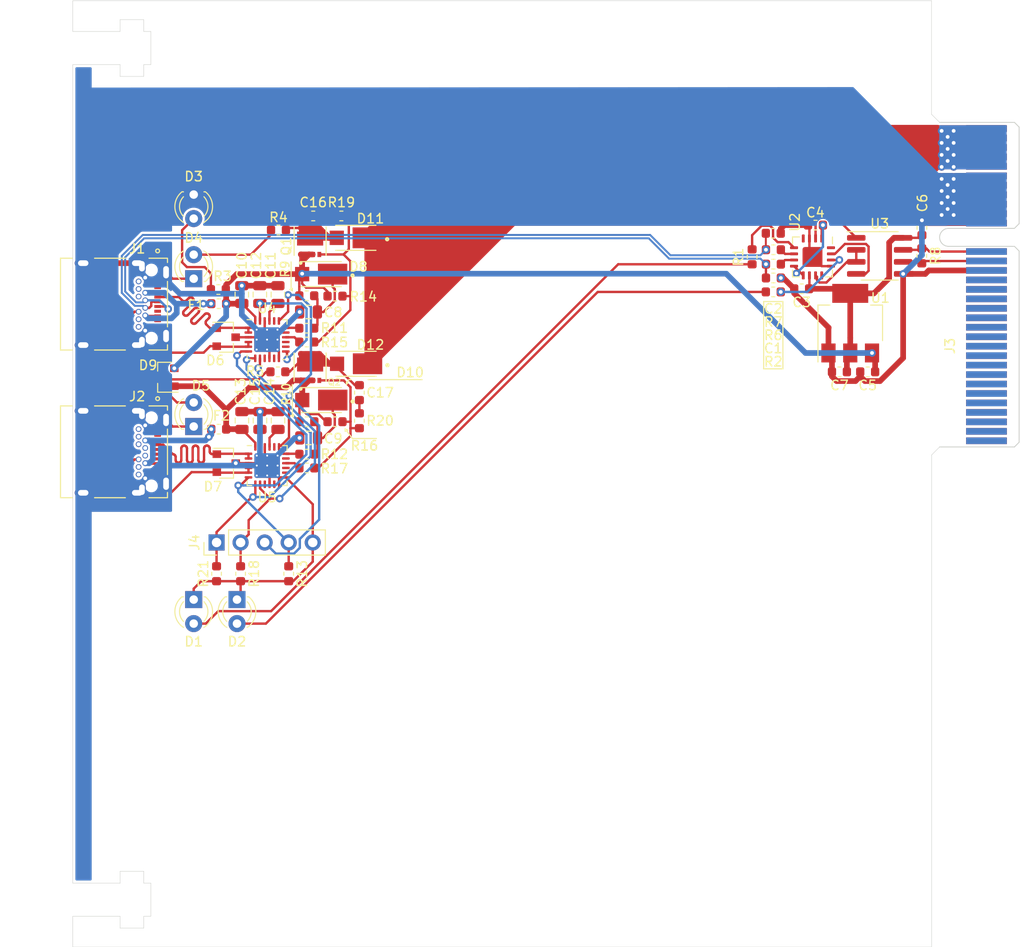
<source format=kicad_pcb>
(kicad_pcb (version 20171130) (host pcbnew 5.1.5)
  (title_block (title "Alpha Card PC Intercface Card") (date 2020-04-24) (rev 1) (company Halidelabs) (comment 1 contact@halidelabs.eu))
  (layers (0 F.Cu signal) (31 B.Cu signal) (34 B.Paste user) (35 F.Paste user) (36 B.SilkS user) (37 F.SilkS user) (38 B.Mask user) (39 F.Mask user) (44 Edge.Cuts user))
  (net 0 "")
  (net 1 GND)
  (net 2 /PB_12V)
  (net 3 /UART0_485_P)
  (net 4 /UART0_485_N)
  (net 5 /USBC_IO_PWR_CONN_D-)
  (net 6 /USBC_IO_PWR_CONN_D+)
  (net 7 /RS485/PB_5V)
  (net 8 /RS485/FT_VCCIO)
  (net 9 /USBC_IO_PWR_CONN_VBUS)
  (net 10 "Net-(C8-Pad1)")
  (net 11 "Net-(C9-Pad1)")
  (net 12 "Net-(C11-Pad1)")
  (net 13 /USB_PD/PB_2V7)
  (net 14 /USBC_PWR_ONLY_CONN_VBUS)
  (net 15 "Net-(C14-Pad1)")
  (net 16 /USB_A_PWR_OK)
  (net 17 "Net-(C16-Pad2)")
  (net 18 "Net-(C17-Pad2)")
  (net 19 /USB_B_PWR_OK)
  (net 20 "Net-(D1-Pad2)")
  (net 21 "Net-(D2-Pad2)")
  (net 22 "Net-(D3-Pad2)")
  (net 23 "Net-(D4-Pad2)")
  (net 24 "Net-(D5-Pad2)")
  (net 25 "Net-(F1-Pad2)")
  (net 26 "Net-(F2-Pad2)")
  (net 27 "Net-(J2-PadB8)")
  (net 28 "Net-(J2-PadA8)")
  (net 29 /PD_SCL)
  (net 30 /PD_SDA)
  (net 31 /PD_~ALERT)
  (net 32 /PD_RESET)
  (net 33 "Net-(Q1-Pad4)")
  (net 34 "Net-(Q2-Pad4)")
  (net 35 /FT_TXLED)
  (net 36 /FT_RXLED)
  (net 37 "Net-(R6-Pad1)")
  (net 38 "Net-(R7-Pad1)")
  (net 39 "Net-(R11-Pad1)")
  (net 40 "Net-(R12-Pad1)")
  (net 41 /RS485/FT_RXD)
  (net 42 "Net-(U2-Pad4)")
  (net 43 /RS485/FT_TXDEN)
  (net 44 "Net-(U2-Pad12)")
  (net 45 /RS485/FT_TXD)
  (net 46 "Net-(U2-Pad16)")
  (net 47 "Net-(U4-Pad20)")
  (net 48 "Net-(U4-Pad17)")
  (net 49 "Net-(U4-Pad15)")
  (net 50 "Net-(U4-Pad14)")
  (net 51 "Net-(U4-Pad11)")
  (net 52 "Net-(U4-Pad9)")
  (net 53 "Net-(U5-Pad9)")
  (net 54 "Net-(U5-Pad11)")
  (net 55 "Net-(U5-Pad14)")
  (net 56 "Net-(U5-Pad15)")
  (net 57 "Net-(U5-Pad17)")
  (net 58 "Net-(U5-Pad20)")
  (net 59 "Net-(J1-PadB8)")
  (net 60 "Net-(J1-PadA8)")
  (net 61 "Net-(J2-PadA6)")
  (net 62 "Net-(J2-PadA7)")
  (net 63 "Net-(J2-PadB7)")
  (net 64 "Net-(J2-PadB6)")
  (net 65 "Net-(J3-PadA13)")
  (net 66 "Net-(J3-PadA12)")
  (net 67 "Net-(J3-PadA18)")
  (net 68 "Net-(J3-PadA17)")
  (net 69 "Net-(J3-PadA16)")
  (net 70 "Net-(J3-PadA15)")
  (net 71 "Net-(J3-PadA14)")
  (net 72 "Net-(J3-PadB18)")
  (net 73 "Net-(J3-PadB17)")
  (net 74 "Net-(J3-PadB16)")
  (net 75 "Net-(J3-PadB15)")
  (net 76 "Net-(J3-PadB19)")
  (net 77 "Net-(J3-PadB20)")
  (net 78 "Net-(J3-PadB21)")
  (net 79 "Net-(J3-PadB22)")
  (net 80 "Net-(J3-PadB23)")
  (net 81 "Net-(J3-PadB24)")
  (net 82 "Net-(J3-PadB25)")
  (net 83 "Net-(J3-PadB26)")
  (net 84 "Net-(J3-PadB27)")
  (net 85 "Net-(J3-PadB28)")
  (net 86 "Net-(J3-PadB29)")
  (net 87 "Net-(J3-PadB30)")
  (net 88 "Net-(J3-PadB32)")
  (net 89 "Net-(J3-PadA19)")
  (net 90 "Net-(J3-PadA20)")
  (net 91 "Net-(J3-PadA21)")
  (net 92 "Net-(J3-PadA22)")
  (net 93 "Net-(J3-PadA23)")
  (net 94 "Net-(J3-PadA24)")
  (net 95 "Net-(J3-PadA25)")
  (net 96 "Net-(J3-PadA26)")
  (net 97 "Net-(J3-PadA27)")
  (net 98 "Net-(J3-PadA28)")
  (net 99 "Net-(J3-PadA29)")
  (net 100 "Net-(J3-PadA30)")
  (net 101 "Net-(J3-PadA31)")
  (net 102 "Net-(J3-PadA32)")
  (net 103 "Net-(J3-PadB31)")
  (net 104 "Net-(R15-Pad2)")
  (net 105 "Net-(R17-Pad2)")
  (net 106 /USBC_IO_PWR_CONN_CC_N)
  (net 107 /USBC_IO_PWR_CONN_CC_P)
  (net 108 /USBC_PWR_ONLY_CONN_CC_P)
  (net 109 /USBC_PWR_ONLY_CONN_CC_N)
  (net 110 "Net-(C15-Pad1)")
  (module Package_TO_SOT_SMD:SOT-23 (layer F.Cu) (at 109.728 97.79 180)
    (fp_text reference D9 (at 1.778 1.27) (layer F.SilkS))
    (fp_text value ESDA25W)
    (pad 1 smd rect (at -1 -0.95 180) (size 0.9 0.8) (layers F.Cu F.Paste F.Mask) (net 14 /USBC_PWR_ONLY_CONN_VBUS))
    (pad 2 smd rect (at -1 0.95 180) (size 0.9 0.8) (layers F.Cu F.Paste F.Mask) (net 9 /USBC_IO_PWR_CONN_VBUS))
    (pad 3 smd rect (at 1 0 180) (size 0.9 0.8) (layers F.Cu F.Paste F.Mask) (net 1 GND))
  )
  (module kicad-lib:CUI_UJ31-CH-312-SMT-TR (layer F.Cu) (at 108.966 87.3125 270)
    (fp_text reference J1 (at -3.1115 2.159 180) (layer F.SilkS))
    (fp_text value USBC_IO_PWR)
    (pad S1 thru_hole oval (at -1.58 2.16 270) (size 0.9 1.8) (drill oval 0.6 1.1) (layers *.Cu *.Mask) (net 1 GND))
    (pad None np_thru_hole circle (at -0.85 0.66 270) (size 0.85 0.85) (drill 0.85) (layers *.Cu *.Mask))
    (pad S1 thru_hole oval (at 7.08 2.16 270) (size 0.9 1.8) (drill oval 0.6 1.1) (layers *.Cu *.Mask) (net 1 GND))
    (pad S1 thru_hole oval (at 6.755 1.66 270) (size 1.6 0.8) (drill oval 1.1 0.6) (layers *.Cu *.Mask) (net 1 GND))
    (pad None np_thru_hole circle (at 6.35 0.66 270) (size 0.85 0.85) (drill 0.85) (layers *.Cu *.Mask))
    (pad A1 smd rect (at 0 0 270) (size 0.32 0.7) (layers F.Cu F.Paste F.Mask) (net 1 GND))
    (pad A2 smd rect (at 0.5 0 270) (size 0.32 0.7) (layers F.Cu F.Paste F.Mask))
    (pad A3 smd rect (at 1 0 270) (size 0.32 0.7) (layers F.Cu F.Paste F.Mask))
    (pad A4 smd rect (at 1.5 0 270) (size 0.32 0.7) (layers F.Cu F.Paste F.Mask) (net 25 "Net-(F1-Pad2)"))
    (pad A5 smd rect (at 2 0 270) (size 0.32 0.7) (layers F.Cu F.Paste F.Mask) (net 107 /USBC_IO_PWR_CONN_CC_P))
    (pad A6 smd rect (at 2.5 0 270) (size 0.32 0.7) (layers F.Cu F.Paste F.Mask) (net 6 /USBC_IO_PWR_CONN_D+))
    (pad A7 smd rect (at 3 0 270) (size 0.32 0.7) (layers F.Cu F.Paste F.Mask) (net 5 /USBC_IO_PWR_CONN_D-))
    (pad A8 smd rect (at 3.5 0 270) (size 0.32 0.7) (layers F.Cu F.Paste F.Mask) (net 60 "Net-(J1-PadA8)"))
    (pad A9 smd rect (at 4 0 270) (size 0.32 0.7) (layers F.Cu F.Paste F.Mask) (net 25 "Net-(F1-Pad2)"))
    (pad A10 smd rect (at 4.5 0 270) (size 0.32 0.7) (layers F.Cu F.Paste F.Mask))
    (pad A11 smd rect (at 5 0 270) (size 0.32 0.7) (layers F.Cu F.Paste F.Mask))
    (pad A12 smd rect (at 5.5 0 270) (size 0.32 0.7) (layers F.Cu F.Paste F.Mask) (net 1 GND))
    (pad B7 thru_hole circle (at 2.35 1.31 270) (size 0.6 0.6) (drill 0.4) (layers *.Cu *.Mask) (net 5 /USBC_IO_PWR_CONN_D-))
    (pad S1 thru_hole oval (at -1.255 1.66 270) (size 1.6 0.8) (drill oval 1.1 0.6) (layers *.Cu *.Mask) (net 1 GND))
    (pad B9 thru_hole circle (at 1.55 1.31 270) (size 0.6 0.6) (drill 0.4) (layers *.Cu *.Mask) (net 25 "Net-(F1-Pad2)"))
    (pad B12 thru_hole circle (at -0.05 1.31 270) (size 0.6 0.6) (drill 0.4) (layers *.Cu *.Mask) (net 1 GND))
    (pad B6 thru_hole circle (at 3.15 1.31 270) (size 0.6 0.6) (drill 0.4) (layers *.Cu *.Mask) (net 6 /USBC_IO_PWR_CONN_D+))
    (pad B4 thru_hole circle (at 3.95 1.31 270) (size 0.6 0.6) (drill 0.4) (layers *.Cu *.Mask) (net 25 "Net-(F1-Pad2)"))
    (pad B1 thru_hole circle (at 5.55 1.31 270) (size 0.6 0.6) (drill 0.4) (layers *.Cu *.Mask) (net 1 GND))
    (pad B8 thru_hole circle (at 1.95 2.01 270) (size 0.6 0.6) (drill 0.4) (layers *.Cu *.Mask) (net 59 "Net-(J1-PadB8)"))
    (pad B10 thru_hole circle (at 1.15 2.01 270) (size 0.6 0.6) (drill 0.4) (layers *.Cu *.Mask))
    (pad B11 thru_hole circle (at 0.35 2.01 270) (size 0.6 0.6) (drill 0.4) (layers *.Cu *.Mask))
    (pad B5 thru_hole circle (at 3.55 2.01 270) (size 0.6 0.6) (drill 0.4) (layers *.Cu *.Mask) (net 106 /USBC_IO_PWR_CONN_CC_N))
    (pad B3 thru_hole circle (at 4.35 2.01 270) (size 0.6 0.6) (drill 0.4) (layers *.Cu *.Mask))
    (pad B2 thru_hole circle (at 5.15 2.01 270) (size 0.6 0.6) (drill 0.4) (layers *.Cu *.Mask))
    (pad S1 thru_hole oval (at -1.58 7.86 270) (size 0.9 1.8) (drill oval 0.6 1.1) (layers *.Cu *.Mask) (net 1 GND))
    (pad S1 thru_hole oval (at 7.08 7.86 270) (size 0.9 1.8) (drill oval 0.6 1.1) (layers *.Cu *.Mask) (net 1 GND))
    (pad S1 thru_hole oval (at -0.62 -0.89 270) (size 1.4 0.7) (drill oval 1.3 0.6) (layers *.Cu *.Mask) (net 1 GND))
    (pad S1 thru_hole oval (at 6.12 -0.89 270) (size 1.4 0.7) (drill oval 1.3 0.6) (layers *.Cu *.Mask) (net 1 GND))
  )
  (module kicad-lib:CUI_UJ31-CH-312-SMT-TR (layer F.Cu) (at 108.966 102.9208 270)
    (fp_text reference J2 (at -3.0988 2.159 180) (layer F.SilkS))
    (fp_text value USBC_PWR_ONLY)
    (pad S1 thru_hole oval (at -1.58 2.16 270) (size 0.9 1.8) (drill oval 0.6 1.1) (layers *.Cu *.Mask) (net 1 GND))
    (pad None np_thru_hole circle (at -0.85 0.66 270) (size 0.85 0.85) (drill 0.85) (layers *.Cu *.Mask))
    (pad S1 thru_hole oval (at 7.08 2.16 270) (size 0.9 1.8) (drill oval 0.6 1.1) (layers *.Cu *.Mask) (net 1 GND))
    (pad S1 thru_hole oval (at 6.755 1.66 270) (size 1.6 0.8) (drill oval 1.1 0.6) (layers *.Cu *.Mask) (net 1 GND))
    (pad None np_thru_hole circle (at 6.35 0.66 270) (size 0.85 0.85) (drill 0.85) (layers *.Cu *.Mask))
    (pad A1 smd rect (at 0 0 270) (size 0.32 0.7) (layers F.Cu F.Paste F.Mask) (net 1 GND))
    (pad A2 smd rect (at 0.5 0 270) (size 0.32 0.7) (layers F.Cu F.Paste F.Mask))
    (pad A3 smd rect (at 1 0 270) (size 0.32 0.7) (layers F.Cu F.Paste F.Mask))
    (pad A4 smd rect (at 1.5 0 270) (size 0.32 0.7) (layers F.Cu F.Paste F.Mask) (net 26 "Net-(F2-Pad2)"))
    (pad A5 smd rect (at 2 0 270) (size 0.32 0.7) (layers F.Cu F.Paste F.Mask) (net 108 /USBC_PWR_ONLY_CONN_CC_P))
    (pad A6 smd rect (at 2.5 0 270) (size 0.32 0.7) (layers F.Cu F.Paste F.Mask) (net 61 "Net-(J2-PadA6)"))
    (pad A7 smd rect (at 3 0 270) (size 0.32 0.7) (layers F.Cu F.Paste F.Mask) (net 62 "Net-(J2-PadA7)"))
    (pad A8 smd rect (at 3.5 0 270) (size 0.32 0.7) (layers F.Cu F.Paste F.Mask) (net 28 "Net-(J2-PadA8)"))
    (pad A9 smd rect (at 4 0 270) (size 0.32 0.7) (layers F.Cu F.Paste F.Mask) (net 26 "Net-(F2-Pad2)"))
    (pad A10 smd rect (at 4.5 0 270) (size 0.32 0.7) (layers F.Cu F.Paste F.Mask))
    (pad A11 smd rect (at 5 0 270) (size 0.32 0.7) (layers F.Cu F.Paste F.Mask))
    (pad A12 smd rect (at 5.5 0 270) (size 0.32 0.7) (layers F.Cu F.Paste F.Mask) (net 1 GND))
    (pad B7 thru_hole circle (at 2.35 1.31 270) (size 0.6 0.6) (drill 0.4) (layers *.Cu *.Mask) (net 63 "Net-(J2-PadB7)"))
    (pad S1 thru_hole oval (at -1.255 1.66 270) (size 1.6 0.8) (drill oval 1.1 0.6) (layers *.Cu *.Mask) (net 1 GND))
    (pad B9 thru_hole circle (at 1.55 1.31 270) (size 0.6 0.6) (drill 0.4) (layers *.Cu *.Mask) (net 26 "Net-(F2-Pad2)"))
    (pad B12 thru_hole circle (at -0.05 1.31 270) (size 0.6 0.6) (drill 0.4) (layers *.Cu *.Mask) (net 1 GND))
    (pad B6 thru_hole circle (at 3.15 1.31 270) (size 0.6 0.6) (drill 0.4) (layers *.Cu *.Mask) (net 64 "Net-(J2-PadB6)"))
    (pad B4 thru_hole circle (at 3.95 1.31 270) (size 0.6 0.6) (drill 0.4) (layers *.Cu *.Mask) (net 26 "Net-(F2-Pad2)"))
    (pad B1 thru_hole circle (at 5.55 1.31 270) (size 0.6 0.6) (drill 0.4) (layers *.Cu *.Mask) (net 1 GND))
    (pad B8 thru_hole circle (at 1.95 2.01 270) (size 0.6 0.6) (drill 0.4) (layers *.Cu *.Mask) (net 27 "Net-(J2-PadB8)"))
    (pad B10 thru_hole circle (at 1.15 2.01 270) (size 0.6 0.6) (drill 0.4) (layers *.Cu *.Mask))
    (pad B11 thru_hole circle (at 0.35 2.01 270) (size 0.6 0.6) (drill 0.4) (layers *.Cu *.Mask))
    (pad B5 thru_hole circle (at 3.55 2.01 270) (size 0.6 0.6) (drill 0.4) (layers *.Cu *.Mask) (net 109 /USBC_PWR_ONLY_CONN_CC_N))
    (pad B3 thru_hole circle (at 4.35 2.01 270) (size 0.6 0.6) (drill 0.4) (layers *.Cu *.Mask))
    (pad B2 thru_hole circle (at 5.15 2.01 270) (size 0.6 0.6) (drill 0.4) (layers *.Cu *.Mask))
    (pad S1 thru_hole oval (at -1.58 7.86 270) (size 0.9 1.8) (drill oval 0.6 1.1) (layers *.Cu *.Mask) (net 1 GND))
    (pad S1 thru_hole oval (at 7.08 7.86 270) (size 0.9 1.8) (drill oval 0.6 1.1) (layers *.Cu *.Mask) (net 1 GND))
    (pad S1 thru_hole oval (at -0.62 -0.89 270) (size 1.4 0.7) (drill oval 1.3 0.6) (layers *.Cu *.Mask) (net 1 GND))
    (pad S1 thru_hole oval (at 6.12 -0.89 270) (size 1.4 0.7) (drill oval 1.3 0.6) (layers *.Cu *.Mask) (net 1 GND))
  )
  (module Package_DFN_QFN:QFN-24-1EP_4x4mm_P0.5mm_EP2.7x2.6mm_ThermalVias (layer F.Cu) (at 120.523 93.8149)
    (fp_text reference U4 (at 0 -3.32) (layer F.SilkS))
    (fp_text value STUSB4500QTR)
    (pad 24 smd roundrect (at -1.25 -1.975) (size 0.25 0.8) (layers F.Cu F.Paste F.Mask) (net 9 /USBC_IO_PWR_CONN_VBUS))
    (pad 23 smd roundrect (at -0.75 -1.975) (size 0.25 0.8) (layers F.Cu F.Paste F.Mask) (net 13 /USB_PD/PB_2V7))
    (pad 22 smd roundrect (at -0.25 -1.975) (size 0.25 0.8) (layers F.Cu F.Paste F.Mask) (net 1 GND))
    (pad 21 smd roundrect (at 0.25 -1.975) (size 0.25 0.8) (layers F.Cu F.Paste F.Mask) (net 12 "Net-(C11-Pad1)"))
    (pad 20 smd roundrect (at 0.75 -1.975) (size 0.25 0.8) (layers F.Cu F.Paste F.Mask) (net 47 "Net-(U4-Pad20)"))
    (pad 19 smd roundrect (at 1.25 -1.975) (size 0.25 0.8) (layers F.Cu F.Paste F.Mask) (net 31 /PD_~ALERT))
    (pad 18 smd roundrect (at 1.975 -1.25) (size 0.8 0.25) (layers F.Cu F.Paste F.Mask) (net 39 "Net-(R11-Pad1)"))
    (pad 17 smd roundrect (at 1.975 -0.75) (size 0.8 0.25) (layers F.Cu F.Paste F.Mask) (net 48 "Net-(U4-Pad17)"))
    (pad 16 smd roundrect (at 1.975 -0.25) (size 0.8 0.25) (layers F.Cu F.Paste F.Mask) (net 104 "Net-(R15-Pad2)"))
    (pad 15 smd roundrect (at 1.975 0.25) (size 0.8 0.25) (layers F.Cu F.Paste F.Mask) (net 49 "Net-(U4-Pad15)"))
    (pad 14 smd roundrect (at 1.975 0.75) (size 0.8 0.25) (layers F.Cu F.Paste F.Mask) (net 50 "Net-(U4-Pad14)"))
    (pad 13 smd roundrect (at 1.975 1.25) (size 0.8 0.25) (layers F.Cu F.Paste F.Mask) (net 13 /USB_PD/PB_2V7))
    (pad 12 smd roundrect (at 1.25 1.975) (size 0.25 0.8) (layers F.Cu F.Paste F.Mask) (net 1 GND))
    (pad 11 smd roundrect (at 0.75 1.975) (size 0.25 0.8) (layers F.Cu F.Paste F.Mask) (net 51 "Net-(U4-Pad11)"))
    (pad 10 smd roundrect (at 0.25 1.975) (size 0.25 0.8) (layers F.Cu F.Paste F.Mask) (net 1 GND))
    (pad 9 smd roundrect (at -0.25 1.975) (size 0.25 0.8) (layers F.Cu F.Paste F.Mask) (net 52 "Net-(U4-Pad9)"))
    (pad 8 smd roundrect (at -0.75 1.975) (size 0.25 0.8) (layers F.Cu F.Paste F.Mask) (net 30 /PD_SDA))
    (pad 7 smd roundrect (at -1.25 1.975) (size 0.25 0.8) (layers F.Cu F.Paste F.Mask) (net 29 /PD_SCL))
    (pad 6 smd roundrect (at -1.975 1.25) (size 0.8 0.25) (layers F.Cu F.Paste F.Mask) (net 32 /PD_RESET))
    (pad 5 smd roundrect (at -1.975 0.75) (size 0.8 0.25) (layers F.Cu F.Paste F.Mask) (net 106 /USBC_IO_PWR_CONN_CC_N))
    (pad 4 smd roundrect (at -1.975 0.25) (size 0.8 0.25) (layers F.Cu F.Paste F.Mask) (net 106 /USBC_IO_PWR_CONN_CC_N))
    (pad 3 smd roundrect (at -1.975 -0.25) (size 0.8 0.25) (layers F.Cu F.Paste F.Mask) (net 1 GND))
    (pad 2 smd roundrect (at -1.975 -0.75) (size 0.8 0.25) (layers F.Cu F.Paste F.Mask) (net 107 /USBC_IO_PWR_CONN_CC_P))
    (pad 1 smd roundrect (at -1.975 -1.25) (size 0.8 0.25) (layers F.Cu F.Paste F.Mask) (net 107 /USBC_IO_PWR_CONN_CC_P))
    (pad 25 smd roundrect (at 0 0) (size 2.7 2.6) (layers B.Cu) (roundrect_rratio 0.096154) (net 1 GND))
    (pad 25 thru_hole circle (at 1.1 1.05) (size 0.5 0.5) (drill 0.2) (layers *.Cu) (net 1 GND))
    (pad 25 thru_hole circle (at 0 1.05) (size 0.5 0.5) (drill 0.2) (layers *.Cu) (net 1 GND))
    (pad 25 thru_hole circle (at -1.1 1.05) (size 0.5 0.5) (drill 0.2) (layers *.Cu) (net 1 GND))
    (pad 25 thru_hole circle (at 1.1 0) (size 0.5 0.5) (drill 0.2) (layers *.Cu) (net 1 GND))
    (pad 25 thru_hole circle (at 0 0) (size 0.5 0.5) (drill 0.2) (layers *.Cu) (net 1 GND))
    (pad 25 thru_hole circle (at -1.1 0) (size 0.5 0.5) (drill 0.2) (layers *.Cu) (net 1 GND))
    (pad 25 thru_hole circle (at 1.1 -1.05) (size 0.5 0.5) (drill 0.2) (layers *.Cu) (net 1 GND))
    (pad 25 thru_hole circle (at 0 -1.05) (size 0.5 0.5) (drill 0.2) (layers *.Cu) (net 1 GND))
    (pad 25 thru_hole circle (at -1.1 -1.05) (size 0.5 0.5) (drill 0.2) (layers *.Cu) (net 1 GND))
    (pad 25 smd roundrect (at 0 0) (size 2.7 2.6) (layers F.Cu F.Mask) (roundrect_rratio 0.096154) (net 1 GND))
  )
  (module kicad-lib:BUS_PCIexpress_x4 (layer F.Cu) (at 200 83 90)
    (fp_text reference J3 (at -11.488 -7.341 270) (layer F.SilkS))
    (fp_text value 10018784-10201TLF)
    (fp_arc (start -0.0065 -7.4925) (end -0.9565 -7.4925) (angle 180) (layer Edge.Cuts) (width 0.1))
    (fp_line (start -22.1565 -0.5425) (end -21.6565 -0.0425) (layer Edge.Cuts) (width 0.1))
    (fp_line (start -0.9565 -0.5425) (end -1.4565 -0.0425) (layer Edge.Cuts) (width 0.1))
    (fp_line (start 0.9435 -0.5425) (end 1.4435 -0.0425) (layer Edge.Cuts) (width 0.1))
    (fp_line (start 12.1435 -0.5425) (end 11.6435 -0.0425) (layer Edge.Cuts) (width 0.1))
    (fp_line (start -1.4565 -0.0425) (end -21.6565 -0.0425) (layer Edge.Cuts) (width 0.1))
    (fp_line (start -22.1565 -8.4425) (end -22.1565 -0.5425) (layer Edge.Cuts) (width 0.1))
    (fp_line (start 11.6435 -0.0425) (end 1.4435 -0.0425) (layer Edge.Cuts) (width 0.1))
    (fp_line (start 12.1435 -8.4425) (end 12.1435 -0.5425) (layer Edge.Cuts) (width 0.1))
    (fp_line (start -0.9565 -7.4925) (end -0.9565 -0.5425) (layer Edge.Cuts) (width 0.1))
    (fp_line (start 0.9435 -7.4925) (end 0.9435 -0.5425) (layer Edge.Cuts) (width 0.1))
    (pad A13 connect rect (at -2.5065 -3.4925 90) (size 0.7 4.3) (layers B.Cu B.Mask) (net 65 "Net-(J3-PadA13)"))
    (pad A12 connect rect (at -1.5065 -3.4925 90) (size 0.7 4.3) (layers B.Cu B.Mask) (net 66 "Net-(J3-PadA12)"))
    (pad A18 connect rect (at -7.5065 -3.4925 90) (size 0.7 4.3) (layers B.Cu B.Mask) (net 67 "Net-(J3-PadA18)"))
    (pad A17 connect rect (at -6.5065 -3.4925 90) (size 0.7 4.3) (layers B.Cu B.Mask) (net 68 "Net-(J3-PadA17)"))
    (pad A16 connect rect (at -5.5065 -3.4925 90) (size 0.7 4.3) (layers B.Cu B.Mask) (net 69 "Net-(J3-PadA16)"))
    (pad A15 connect rect (at -4.5065 -3.4925 90) (size 0.7 4.3) (layers B.Cu B.Mask) (net 70 "Net-(J3-PadA15)"))
    (pad A14 connect rect (at -3.5065 -3.4925 90) (size 0.7 4.3) (layers B.Cu B.Mask) (net 71 "Net-(J3-PadA14)"))
    (pad A11 connect rect (at 1.4935 -3.4925 90) (size 0.7 4.3) (layers B.Cu B.Mask) (net 1 GND))
    (pad A10 connect rect (at 2.4935 -3.4925 90) (size 0.7 4.3) (layers B.Cu B.Mask) (net 1 GND))
    (pad A9 connect rect (at 3.4935 -3.4925 90) (size 0.7 4.3) (layers B.Cu B.Mask) (net 1 GND))
    (pad A8 connect rect (at 4.4935 -3.4925 90) (size 0.7 4.3) (layers B.Cu B.Mask) (net 1 GND))
    (pad A7 connect rect (at 5.4935 -3.4925 90) (size 0.7 4.3) (layers B.Cu B.Mask) (net 1 GND))
    (pad A6 connect rect (at 6.4935 -3.4925 90) (size 0.7 4.3) (layers B.Cu B.Mask) (net 1 GND))
    (pad A5 connect rect (at 7.4935 -3.4925 90) (size 0.7 4.3) (layers B.Cu B.Mask) (net 2 /PB_12V))
    (pad A4 connect rect (at 8.4935 -3.4925 90) (size 0.7 4.3) (layers B.Cu B.Mask) (net 2 /PB_12V))
    (pad A3 connect rect (at 9.4935 -3.4925 90) (size 0.7 4.3) (layers B.Cu B.Mask) (net 2 /PB_12V))
    (pad A2 connect rect (at 10.4935 -3.4925 90) (size 0.7 4.3) (layers B.Cu B.Mask) (net 2 /PB_12V))
    (pad B13 connect rect (at -2.5065 -3.4925 90) (size 0.7 4.3) (layers F.Cu F.Mask) (net 3 /UART0_485_P))
    (pad B12 connect rect (at -1.5065 -3.4925 90) (size 0.7 4.3) (layers F.Cu F.Mask) (net 4 /UART0_485_N))
    (pad B18 connect rect (at -7.5065 -3.4925 90) (size 0.7 4.3) (layers F.Cu F.Mask) (net 72 "Net-(J3-PadB18)"))
    (pad B17 connect rect (at -6.5065 -3.4925 90) (size 0.7 4.3) (layers F.Cu F.Mask) (net 73 "Net-(J3-PadB17)"))
    (pad B16 connect rect (at -5.5065 -3.4925 90) (size 0.7 4.3) (layers F.Cu F.Mask) (net 74 "Net-(J3-PadB16)"))
    (pad B15 connect rect (at -4.5065 -3.4925 90) (size 0.7 4.3) (layers F.Cu F.Mask) (net 75 "Net-(J3-PadB15)"))
    (pad B14 connect rect (at -3.5065 -3.4925 90) (size 0.7 4.3) (layers F.Cu F.Mask) (net 1 GND))
    (pad B11 connect rect (at 1.4935 -3.4925 90) (size 0.7 4.3) (layers F.Cu F.Mask) (net 1 GND))
    (pad B10 connect rect (at 2.4935 -3.4925 90) (size 0.7 4.3) (layers F.Cu F.Mask) (net 1 GND))
    (pad B9 connect rect (at 3.4935 -3.4925 90) (size 0.7 4.3) (layers F.Cu F.Mask) (net 1 GND))
    (pad B8 connect rect (at 4.4935 -3.4925 90) (size 0.7 4.3) (layers F.Cu F.Mask) (net 1 GND))
    (pad B7 connect rect (at 5.4935 -3.4925 90) (size 0.7 4.3) (layers F.Cu F.Mask) (net 1 GND))
    (pad B6 connect rect (at 6.4935 -3.4925 90) (size 0.7 4.3) (layers F.Cu F.Mask) (net 1 GND))
    (pad B5 connect rect (at 7.4935 -3.4925 90) (size 0.7 4.3) (layers F.Cu F.Mask) (net 2 /PB_12V))
    (pad B4 connect rect (at 8.4935 -3.4925 90) (size 0.7 4.3) (layers F.Cu F.Mask) (net 2 /PB_12V))
    (pad B3 connect rect (at 9.4935 -3.4925 90) (size 0.7 4.3) (layers F.Cu F.Mask) (net 2 /PB_12V))
    (pad B2 connect rect (at 10.4935 -3.4925 90) (size 0.7 4.3) (layers F.Cu F.Mask) (net 2 /PB_12V))
    (pad B1 connect rect (at 11.4935 -3.4925 90) (size 0.7 4.3) (layers F.Cu F.Mask) (net 2 /PB_12V))
    (pad B19 connect rect (at -8.5065 -3.4925 90) (size 0.7 4.3) (layers F.Cu F.Mask) (net 76 "Net-(J3-PadB19)"))
    (pad B20 connect rect (at -9.5065 -3.4925 90) (size 0.7 4.3) (layers F.Cu F.Mask) (net 77 "Net-(J3-PadB20)"))
    (pad B21 connect rect (at -10.5065 -3.4925 90) (size 0.7 4.3) (layers F.Cu F.Mask) (net 78 "Net-(J3-PadB21)"))
    (pad B22 connect rect (at -11.5065 -3.4925 90) (size 0.7 4.3) (layers F.Cu F.Mask) (net 79 "Net-(J3-PadB22)"))
    (pad B23 connect rect (at -12.5065 -3.4925 90) (size 0.7 4.3) (layers F.Cu F.Mask) (net 80 "Net-(J3-PadB23)"))
    (pad B24 connect rect (at -13.5065 -3.4925 90) (size 0.7 4.3) (layers F.Cu F.Mask) (net 81 "Net-(J3-PadB24)"))
    (pad B25 connect rect (at -14.5065 -3.4925 90) (size 0.7 4.3) (layers F.Cu F.Mask) (net 82 "Net-(J3-PadB25)"))
    (pad B26 connect rect (at -15.5065 -3.4925 90) (size 0.7 4.3) (layers F.Cu F.Mask) (net 83 "Net-(J3-PadB26)"))
    (pad B27 connect rect (at -16.5065 -3.4925 90) (size 0.7 4.3) (layers F.Cu F.Mask) (net 84 "Net-(J3-PadB27)"))
    (pad B28 connect rect (at -17.5065 -3.4925 90) (size 0.7 4.3) (layers F.Cu F.Mask) (net 85 "Net-(J3-PadB28)"))
    (pad B29 connect rect (at -18.5065 -3.4925 90) (size 0.7 4.3) (layers F.Cu F.Mask) (net 86 "Net-(J3-PadB29)"))
    (pad B30 connect rect (at -19.5065 -3.4925 90) (size 0.7 4.3) (layers F.Cu F.Mask) (net 87 "Net-(J3-PadB30)"))
    (pad B32 connect rect (at -21.5065 -3.4925 90) (size 0.7 4.3) (layers F.Cu F.Mask) (net 88 "Net-(J3-PadB32)"))
    (pad A19 connect rect (at -8.5065 -3.4925 90) (size 0.7 4.3) (layers B.Cu B.Mask) (net 89 "Net-(J3-PadA19)"))
    (pad A20 connect rect (at -9.5065 -3.4925 90) (size 0.7 4.3) (layers B.Cu B.Mask) (net 90 "Net-(J3-PadA20)"))
    (pad A21 connect rect (at -10.5065 -3.4925 90) (size 0.7 4.3) (layers B.Cu B.Mask) (net 91 "Net-(J3-PadA21)"))
    (pad A22 connect rect (at -11.5065 -3.4925 90) (size 0.7 4.3) (layers B.Cu B.Mask) (net 92 "Net-(J3-PadA22)"))
    (pad A23 connect rect (at -12.5065 -3.4925 90) (size 0.7 4.3) (layers B.Cu B.Mask) (net 93 "Net-(J3-PadA23)"))
    (pad A24 connect rect (at -13.5065 -3.4925 90) (size 0.7 4.3) (layers B.Cu B.Mask) (net 94 "Net-(J3-PadA24)"))
    (pad A25 connect rect (at -14.5065 -3.4925 90) (size 0.7 4.3) (layers B.Cu B.Mask) (net 95 "Net-(J3-PadA25)"))
    (pad A26 connect rect (at -15.5065 -3.4925 90) (size 0.7 4.3) (layers B.Cu B.Mask) (net 96 "Net-(J3-PadA26)"))
    (pad A27 connect rect (at -16.5065 -3.4925 90) (size 0.7 4.3) (layers B.Cu B.Mask) (net 97 "Net-(J3-PadA27)"))
    (pad A28 connect rect (at -17.5065 -3.4925 90) (size 0.7 4.3) (layers B.Cu B.Mask) (net 98 "Net-(J3-PadA28)"))
    (pad A29 connect rect (at -18.5065 -3.4925 90) (size 0.7 4.3) (layers B.Cu B.Mask) (net 99 "Net-(J3-PadA29)"))
    (pad A30 connect rect (at -19.5065 -3.4925 90) (size 0.7 4.3) (layers B.Cu B.Mask) (net 100 "Net-(J3-PadA30)"))
    (pad A31 connect rect (at -20.5065 -3.4925 90) (size 0.7 4.3) (layers B.Cu B.Mask) (net 101 "Net-(J3-PadA31)"))
    (pad A32 connect rect (at -21.5065 -3.4925 90) (size 0.7 4.3) (layers B.Cu B.Mask) (net 102 "Net-(J3-PadA32)"))
    (pad B31 connect rect (at -20.5105 -3.4925 90) (size 0.7 4.3) (layers F.Cu F.Mask) (net 103 "Net-(J3-PadB31)"))
    (pad A1 connect rect (at 11.4935 -3.4925 90) (size 0.7 4.3) (layers B.Cu B.Mask) (net 2 /PB_12V))
  )
  (module Capacitor_SMD:C_0603_1608Metric (layer F.Cu) (at 174.0027 87.2998)
    (fp_text reference C1 (at -0.0127 7.4422) (layer F.SilkS))
    (fp_text value 47p)
    (pad 2 smd roundrect (at 0.7875 0) (size 0.875 0.95) (layers F.Cu F.Paste F.Mask) (net 1 GND))
    (pad 1 smd roundrect (at -0.7875 0) (size 0.875 0.95) (layers F.Cu F.Paste F.Mask) (net 5 /USBC_IO_PWR_CONN_D-))
  )
  (module Capacitor_SMD:C_0603_1608Metric (layer F.Cu) (at 173.99 82.5754)
    (fp_text reference C2 (at 0 7.9756) (layer F.SilkS))
    (fp_text value 47p)
    (pad 1 smd roundrect (at -0.7875 0) (size 0.875 0.95) (layers F.Cu F.Paste F.Mask) (net 6 /USBC_IO_PWR_CONN_D+))
    (pad 2 smd roundrect (at 0.7875 0) (size 0.875 0.95) (layers F.Cu F.Paste F.Mask) (net 1 GND))
  )
  (module Capacitor_SMD:C_0603_1608Metric (layer F.Cu) (at 176.9872 88.4428 180)
    (fp_text reference C3 (at 0 -1.43) (layer F.SilkS))
    (fp_text value 100n)
    (pad 2 smd roundrect (at 0.7875 0 180) (size 0.875 0.95) (layers F.Cu F.Paste F.Mask) (net 1 GND))
    (pad 1 smd roundrect (at -0.7875 0 180) (size 0.875 0.95) (layers F.Cu F.Paste F.Mask) (net 7 /RS485/PB_5V))
  )
  (module Capacitor_SMD:C_0603_1608Metric (layer F.Cu) (at 178.4477 81.7118 180)
    (fp_text reference C4 (at 0.0127 1.3208) (layer F.SilkS))
    (fp_text value 100n)
    (pad 1 smd roundrect (at -0.7875 0 180) (size 0.875 0.95) (layers F.Cu F.Paste F.Mask) (net 8 /RS485/FT_VCCIO))
    (pad 2 smd roundrect (at 0.7875 0 180) (size 0.875 0.95) (layers F.Cu F.Paste F.Mask) (net 1 GND))
  )
  (module Capacitor_SMD:C_0603_1608Metric (layer F.Cu) (at 183.9595 97.2185 180)
    (fp_text reference C5 (at 0 -1.43) (layer F.SilkS))
    (fp_text value 100n)
    (pad 1 smd roundrect (at -0.7875 0 180) (size 0.875 0.95) (layers F.Cu F.Paste F.Mask) (net 9 /USBC_IO_PWR_CONN_VBUS))
    (pad 2 smd roundrect (at 0.7875 0 180) (size 0.875 0.95) (layers F.Cu F.Paste F.Mask) (net 1 GND))
  )
  (module Capacitor_SMD:C_0603_1608Metric (layer F.Cu) (at 189.6872 81.9912 90)
    (fp_text reference C6 (at 2.6162 0.0508 90) (layer F.SilkS))
    (fp_text value 100n)
    (pad 1 smd roundrect (at -0.7875 0 90) (size 0.875 0.95) (layers F.Cu F.Paste F.Mask) (net 7 /RS485/PB_5V))
    (pad 2 smd roundrect (at 0.7875 0 90) (size 0.875 0.95) (layers F.Cu F.Paste F.Mask) (net 1 GND))
  )
  (module Capacitor_SMD:C_0603_1608Metric (layer F.Cu) (at 180.975 97.2185 180)
    (fp_text reference C7 (at 0 -1.43) (layer F.SilkS))
    (fp_text value 100n)
    (pad 2 smd roundrect (at 0.7875 0 180) (size 0.875 0.95) (layers F.Cu F.Paste F.Mask) (net 1 GND))
    (pad 1 smd roundrect (at -0.7875 0 180) (size 0.875 0.95) (layers F.Cu F.Paste F.Mask) (net 7 /RS485/PB_5V))
  )
  (module Capacitor_SMD:C_0805_2012Metric (layer F.Cu) (at 124.9045 90.8939 180)
    (fp_text reference C8 (at -2.6035 -0.0381) (layer F.SilkS))
    (fp_text value 1µ)
    (pad 2 smd roundrect (at 0.9375 0 180) (size 0.975 1.4) (layers F.Cu F.Paste F.Mask) (net 1 GND))
    (pad 1 smd roundrect (at -0.9375 0 180) (size 0.975 1.4) (layers F.Cu F.Paste F.Mask) (net 10 "Net-(C8-Pad1)"))
  )
  (module Capacitor_SMD:C_0805_2012Metric (layer F.Cu) (at 124.9172 104.2035 180)
    (fp_text reference C9 (at -2.5908 -0.0635) (layer F.SilkS))
    (fp_text value 1µ)
    (pad 2 smd roundrect (at 0.9375 0 180) (size 0.975 1.4) (layers F.Cu F.Paste F.Mask) (net 1 GND))
    (pad 1 smd roundrect (at -0.9375 0 180) (size 0.975 1.4) (layers F.Cu F.Paste F.Mask) (net 11 "Net-(C9-Pad1)"))
  )
  (module Capacitor_SMD:C_0805_2012Metric (layer F.Cu) (at 117.856 89.0524 90)
    (fp_text reference C10 (at 3.0734 0 90) (layer F.SilkS))
    (fp_text value 1µ)
    (pad 2 smd roundrect (at 0.9375 0 90) (size 0.975 1.4) (layers F.Cu F.Paste F.Mask) (net 1 GND))
    (pad 1 smd roundrect (at -0.9375 0 90) (size 0.975 1.4) (layers F.Cu F.Paste F.Mask) (net 9 /USBC_IO_PWR_CONN_VBUS))
  )
  (module Capacitor_SMD:C_0805_2012Metric (layer F.Cu) (at 121.666 89.0524 90)
    (fp_text reference C11 (at 3.0734 -0.762 90) (layer F.SilkS))
    (fp_text value 1µ)
    (pad 1 smd roundrect (at -0.9375 0 90) (size 0.975 1.4) (layers F.Cu F.Paste F.Mask) (net 12 "Net-(C11-Pad1)"))
    (pad 2 smd roundrect (at 0.9375 0 90) (size 0.975 1.4) (layers F.Cu F.Paste F.Mask) (net 1 GND))
  )
  (module Capacitor_SMD:C_0805_2012Metric (layer F.Cu) (at 119.761 89.0524 90)
    (fp_text reference C12 (at 3.0734 -0.381 90) (layer F.SilkS))
    (fp_text value 1µ)
    (pad 1 smd roundrect (at -0.9375 0 90) (size 0.975 1.4) (layers F.Cu F.Paste F.Mask) (net 13 /USB_PD/PB_2V7))
    (pad 2 smd roundrect (at 0.9375 0 90) (size 0.975 1.4) (layers F.Cu F.Paste F.Mask) (net 1 GND))
  )
  (module Capacitor_SMD:C_0805_2012Metric (layer F.Cu) (at 117.8687 102.362 90)
    (fp_text reference C13 (at 3.048 -0.1397 90) (layer F.SilkS))
    (fp_text value 1µ)
    (pad 1 smd roundrect (at -0.9375 0 90) (size 0.975 1.4) (layers F.Cu F.Paste F.Mask) (net 14 /USBC_PWR_ONLY_CONN_VBUS))
    (pad 2 smd roundrect (at 0.9375 0 90) (size 0.975 1.4) (layers F.Cu F.Paste F.Mask) (net 1 GND))
  )
  (module Capacitor_SMD:C_0805_2012Metric (layer F.Cu) (at 121.6787 102.362 90)
    (fp_text reference C14 (at 3.048 -0.9017 90) (layer F.SilkS))
    (fp_text value 1µ)
    (pad 2 smd roundrect (at 0.9375 0 90) (size 0.975 1.4) (layers F.Cu F.Paste F.Mask) (net 1 GND))
    (pad 1 smd roundrect (at -0.9375 0 90) (size 0.975 1.4) (layers F.Cu F.Paste F.Mask) (net 15 "Net-(C14-Pad1)"))
  )
  (module Capacitor_SMD:C_0805_2012Metric (layer F.Cu) (at 119.7737 102.362 90)
    (fp_text reference C15 (at 3.048 -0.5207 90) (layer F.SilkS))
    (fp_text value 1µ)
    (pad 1 smd roundrect (at -0.9375 0 90) (size 0.975 1.4) (layers F.Cu F.Paste F.Mask) (net 110 "Net-(C15-Pad1)"))
    (pad 2 smd roundrect (at 0.9375 0 90) (size 0.975 1.4) (layers F.Cu F.Paste F.Mask) (net 1 GND))
  )
  (module Capacitor_SMD:C_0603_1608Metric (layer F.Cu) (at 125.3998 80.7466)
    (fp_text reference C16 (at 0 -1.43) (layer F.SilkS))
    (fp_text value 100n)
    (pad 2 smd roundrect (at 0.7875 0) (size 0.875 0.95) (layers F.Cu F.Paste F.Mask) (net 17 "Net-(C16-Pad2)"))
    (pad 1 smd roundrect (at -0.7875 0) (size 0.875 0.95) (layers F.Cu F.Paste F.Mask) (net 16 /USB_A_PWR_OK))
  )
  (module Capacitor_SMD:C_0603_1608Metric (layer F.Cu) (at 130.2766 99.4156 270)
    (fp_text reference C17 (at 0 -2.1844 180) (layer F.SilkS))
    (fp_text value 100n)
    (pad 1 smd roundrect (at -0.7875 0 270) (size 0.875 0.95) (layers F.Cu F.Paste F.Mask) (net 19 /USB_B_PWR_OK))
    (pad 2 smd roundrect (at 0.7875 0 270) (size 0.875 0.95) (layers F.Cu F.Paste F.Mask) (net 18 "Net-(C17-Pad2)"))
  )
  (module LED_THT:LED_D3.0mm (layer F.Cu) (at 112.776 121.285 270)
    (fp_text reference D1 (at 4.445 0 180) (layer F.SilkS))
    (fp_text value LED)
    (pad 1 thru_hole rect (at 0 0 270) (size 1.8 1.8) (drill 0.9) (layers *.Cu *.Mask) (net 1 GND))
    (pad 2 thru_hole circle (at 2.54 0 270) (size 1.8 1.8) (drill 0.9) (layers *.Cu *.Mask) (net 20 "Net-(D1-Pad2)"))
  )
  (module LED_THT:LED_D3.0mm (layer F.Cu) (at 117.348 121.285 270)
    (fp_text reference D2 (at 4.445 0 180) (layer F.SilkS))
    (fp_text value LED)
    (pad 2 thru_hole circle (at 2.54 0 270) (size 1.8 1.8) (drill 0.9) (layers *.Cu *.Mask) (net 21 "Net-(D2-Pad2)"))
    (pad 1 thru_hole rect (at 0 0 270) (size 1.8 1.8) (drill 0.9) (layers *.Cu *.Mask) (net 1 GND))
  )
  (module LED_THT:LED_D3.0mm (layer F.Cu) (at 112.776 78.486 270)
    (fp_text reference D3 (at -1.905 0 180) (layer F.SilkS))
    (fp_text value LED)
    (pad 1 thru_hole rect (at 0 0 270) (size 1.8 1.8) (drill 0.9) (layers *.Cu *.Mask) (net 1 GND))
    (pad 2 thru_hole circle (at 2.54 0 270) (size 1.8 1.8) (drill 0.9) (layers *.Cu *.Mask) (net 22 "Net-(D3-Pad2)"))
  )
  (module LED_THT:LED_D3.0mm (layer F.Cu) (at 112.776 87.376 90)
    (fp_text reference D4 (at 4.318 0 180) (layer F.SilkS))
    (fp_text value LED)
    (pad 2 thru_hole circle (at 2.54 0 90) (size 1.8 1.8) (drill 0.9) (layers *.Cu *.Mask) (net 23 "Net-(D4-Pad2)"))
    (pad 1 thru_hole rect (at 0 0 90) (size 1.8 1.8) (drill 0.9) (layers *.Cu *.Mask) (net 1 GND))
  )
  (module LED_THT:LED_D3.0mm (layer F.Cu) (at 112.776 102.997 90)
    (fp_text reference D5 (at 4.318 0.762 180) (layer F.SilkS))
    (fp_text value LED)
    (pad 1 thru_hole rect (at 0 0 90) (size 1.8 1.8) (drill 0.9) (layers *.Cu *.Mask) (net 1 GND))
    (pad 2 thru_hole circle (at 2.54 0 90) (size 1.8 1.8) (drill 0.9) (layers *.Cu *.Mask) (net 24 "Net-(D5-Pad2)"))
  )
  (module Package_TO_SOT_SMD:SOT-23 (layer F.Cu) (at 116.205 93.5609)
    (fp_text reference D6 (at -1.143 2.4511) (layer F.SilkS))
    (fp_text value ESDA25W)
    (pad 3 smd rect (at 1 0) (size 0.9 0.8) (layers F.Cu F.Paste F.Mask) (net 1 GND))
    (pad 2 smd rect (at -1 0.95) (size 0.9 0.8) (layers F.Cu F.Paste F.Mask) (net 106 /USBC_IO_PWR_CONN_CC_N))
    (pad 1 smd rect (at -1 -0.95) (size 0.9 0.8) (layers F.Cu F.Paste F.Mask) (net 107 /USBC_IO_PWR_CONN_CC_P))
  )
  (module Package_TO_SOT_SMD:SOT-23 (layer F.Cu) (at 116.2177 106.8705)
    (fp_text reference D7 (at -1.4097 2.4765) (layer F.SilkS))
    (fp_text value ESDA25W)
    (pad 1 smd rect (at -1 -0.95) (size 0.9 0.8) (layers F.Cu F.Paste F.Mask) (net 108 /USBC_PWR_ONLY_CONN_CC_P))
    (pad 2 smd rect (at -1 0.95) (size 0.9 0.8) (layers F.Cu F.Paste F.Mask) (net 109 /USBC_PWR_ONLY_CONN_CC_N))
    (pad 3 smd rect (at 1 0) (size 0.9 0.8) (layers F.Cu F.Paste F.Mask) (net 1 GND))
  )
  (module kicad-lib:SMPA (layer F.Cu) (at 126.238 86.8934 180)
    (fp_text reference D8 (at -3.937 0.7874) (layer F.SilkS))
    (fp_text value V4PAN50-M3)
    (pad 2 smd rect (at 2.01 0 180) (size 1.5 1.52) (layers F.Cu F.Paste F.Mask) (net 9 /USBC_IO_PWR_CONN_VBUS))
    (pad 1 smd rect (at -1.21 0 180) (size 3.1 2.2) (layers F.Cu F.Paste F.Mask) (net 10 "Net-(C8-Pad1)"))
  )
  (module kicad-lib:SMPA (layer F.Cu) (at 126.2507 100.203 180)
    (fp_text reference D10 (at -9.3853 2.921) (layer F.SilkS))
    (fp_text value V4PAN50-M3)
    (pad 1 smd rect (at -1.21 0 180) (size 3.1 2.2) (layers F.Cu F.Paste F.Mask) (net 11 "Net-(C9-Pad1)"))
    (pad 2 smd rect (at 2.01 0 180) (size 1.5 1.52) (layers F.Cu F.Paste F.Mask) (net 14 /USBC_PWR_ONLY_CONN_VBUS))
  )
  (module kicad-lib:SMPA (layer F.Cu) (at 129.8956 83.058 180)
    (fp_text reference D11 (at -1.5494 2.032) (layer F.SilkS))
    (fp_text value V4PAN50-M3)
    (pad 1 smd rect (at -1.21 0 180) (size 3.1 2.2) (layers F.Cu F.Paste F.Mask) (net 2 /PB_12V))
    (pad 2 smd rect (at 2.01 0 180) (size 1.5 1.52) (layers F.Cu F.Paste F.Mask) (net 16 /USB_A_PWR_OK))
  )
  (module kicad-lib:SMPA (layer F.Cu) (at 129.9244 96.3676 180)
    (fp_text reference D12 (at -1.5206 2.0066) (layer F.SilkS))
    (fp_text value V4PAN50-M3)
    (pad 2 smd rect (at 2.01 0 180) (size 1.5 1.52) (layers F.Cu F.Paste F.Mask) (net 19 /USB_B_PWR_OK))
    (pad 1 smd rect (at -1.21 0 180) (size 3.1 2.2) (layers F.Cu F.Paste F.Mask) (net 2 /PB_12V))
  )
  (module Fuse:Fuse_0603_1608Metric (layer F.Cu) (at 115.4176 90.0176 180)
    (fp_text reference F1 (at 2.3876 -0.1524) (layer F.SilkS))
    (fp_text value 3A)
    (pad 1 smd roundrect (at -0.7875 0 180) (size 0.875 0.95) (layers F.Cu F.Paste F.Mask) (net 9 /USBC_IO_PWR_CONN_VBUS))
    (pad 2 smd roundrect (at 0.7875 0 180) (size 0.875 0.95) (layers F.Cu F.Paste F.Mask) (net 25 "Net-(F1-Pad2)"))
  )
  (module Fuse:Fuse_0603_1608Metric (layer F.Cu) (at 115.4176 103.2764 180)
    (fp_text reference F2 (at -0.2794 1.4224) (layer F.SilkS))
    (fp_text value 3A)
    (pad 2 smd roundrect (at 0.7875 0 180) (size 0.875 0.95) (layers F.Cu F.Paste F.Mask) (net 26 "Net-(F2-Pad2)"))
    (pad 1 smd roundrect (at -0.7875 0 180) (size 0.875 0.95) (layers F.Cu F.Paste F.Mask) (net 14 /USBC_PWR_ONLY_CONN_VBUS))
  )
  (module Connector_PinHeader_2.54mm:PinHeader_1x05_P2.54mm_Vertical (layer F.Cu) (at 115.189 115.2525 90)
    (fp_text reference J4 (at 0 -2.33 90) (layer F.SilkS))
    (fp_text value PD_I2C)
    (pad 1 thru_hole rect (at 0 0 90) (size 1.7 1.7) (drill 1) (layers *.Cu *.Mask) (net 29 /PD_SCL))
    (pad 2 thru_hole oval (at 0 2.54 90) (size 1.7 1.7) (drill 1) (layers *.Cu *.Mask) (net 30 /PD_SDA))
    (pad 3 thru_hole oval (at 0 5.08 90) (size 1.7 1.7) (drill 1) (layers *.Cu *.Mask) (net 31 /PD_~ALERT))
    (pad 4 thru_hole oval (at 0 7.62 90) (size 1.7 1.7) (drill 1) (layers *.Cu *.Mask) (net 32 /PD_RESET))
    (pad 5 thru_hole oval (at 0 10.16 90) (size 1.7 1.7) (drill 1) (layers *.Cu *.Mask) (net 1 GND))
  )
  (module kicad-lib:PowerFLAT_3.3x3.3_F (layer F.Cu) (at 125.0696 83.4136 90)
    (fp_text reference Q1 (at -0.5334 -2.5146 90) (layer F.SilkS))
    (fp_text value STL6P3LLH6)
    (fp_poly (pts (xy -0.455 -1.375) (xy -0.455 1.375) (xy 1.015 1.375) (xy 1.015 1.175) (xy 1.675 1.175) (xy 1.675 0.775) (xy 1.265 0.775) (xy 1.265 0.525) (xy 1.675 0.525) (xy 1.675 0.125) (xy 1.265 0.125) (xy 1.265 -0.125) (xy 1.675 -0.125) (xy 1.675 -0.525) (xy 1.265 -0.525) (xy 1.265 -0.775) (xy 1.675 -0.775) (xy 1.675 -1.175) (xy 1.015 -1.175) (xy 1.015 -1.375)) (layer F.Cu) (width 0.01))
    (pad 8 smd rect (at 1.397 -0.975 90) (size 0.55 0.4) (layers F.Cu F.Paste F.Mask) (net 16 /USB_A_PWR_OK))
    (pad 7 smd rect (at 1.397 -0.325 90) (size 0.55 0.4) (layers F.Cu F.Paste F.Mask) (net 16 /USB_A_PWR_OK))
    (pad 6 smd rect (at 1.397 0.325 90) (size 0.55 0.4) (layers F.Cu F.Paste F.Mask) (net 16 /USB_A_PWR_OK))
    (pad 5 smd rect (at 1.397 0.975 90) (size 0.55 0.4) (layers F.Cu F.Paste F.Mask) (net 16 /USB_A_PWR_OK))
    (pad 2 smd rect (at -1.4 -0.325 90) (size 0.55 0.4) (layers F.Cu F.Paste F.Mask) (net 9 /USBC_IO_PWR_CONN_VBUS))
    (pad 3 smd rect (at -1.4 0.325 90) (size 0.55 0.4) (layers F.Cu F.Paste F.Mask) (net 9 /USBC_IO_PWR_CONN_VBUS))
    (pad 1 smd rect (at -1.4 -0.975 90) (size 0.55 0.4) (layers F.Cu F.Paste F.Mask) (net 9 /USBC_IO_PWR_CONN_VBUS))
    (pad 4 smd rect (at -1.4 0.975 90) (size 0.55 0.4) (layers F.Cu F.Paste F.Mask) (net 33 "Net-(Q1-Pad4)"))
  )
  (module kicad-lib:PowerFLAT_3.3x3.3_F (layer F.Cu) (at 125.0696 96.7232 90)
    (fp_text reference Q2 (at -1.5748 2.5654 180) (layer F.SilkS) (effects (font (size 0.7 0.7) (thickness 0.1))))
    (fp_text value STL6P3LLH6)
    (fp_poly (pts (xy -0.455 -1.375) (xy -0.455 1.375) (xy 1.015 1.375) (xy 1.015 1.175) (xy 1.675 1.175) (xy 1.675 0.775) (xy 1.265 0.775) (xy 1.265 0.525) (xy 1.675 0.525) (xy 1.675 0.125) (xy 1.265 0.125) (xy 1.265 -0.125) (xy 1.675 -0.125) (xy 1.675 -0.525) (xy 1.265 -0.525) (xy 1.265 -0.775) (xy 1.675 -0.775) (xy 1.675 -1.175) (xy 1.015 -1.175) (xy 1.015 -1.375)) (layer F.Cu) (width 0.01))
    (pad 4 smd rect (at -1.4 0.975 90) (size 0.55 0.4) (layers F.Cu F.Paste F.Mask) (net 34 "Net-(Q2-Pad4)"))
    (pad 1 smd rect (at -1.4 -0.975 90) (size 0.55 0.4) (layers F.Cu F.Paste F.Mask) (net 14 /USBC_PWR_ONLY_CONN_VBUS))
    (pad 3 smd rect (at -1.4 0.325 90) (size 0.55 0.4) (layers F.Cu F.Paste F.Mask) (net 14 /USBC_PWR_ONLY_CONN_VBUS))
    (pad 2 smd rect (at -1.4 -0.325 90) (size 0.55 0.4) (layers F.Cu F.Paste F.Mask) (net 14 /USBC_PWR_ONLY_CONN_VBUS))
    (pad 5 smd rect (at 1.397 0.975 90) (size 0.55 0.4) (layers F.Cu F.Paste F.Mask) (net 19 /USB_B_PWR_OK))
    (pad 6 smd rect (at 1.397 0.325 90) (size 0.55 0.4) (layers F.Cu F.Paste F.Mask) (net 19 /USB_B_PWR_OK))
    (pad 7 smd rect (at 1.397 -0.325 90) (size 0.55 0.4) (layers F.Cu F.Paste F.Mask) (net 19 /USB_B_PWR_OK))
    (pad 8 smd rect (at 1.397 -0.975 90) (size 0.55 0.4) (layers F.Cu F.Paste F.Mask) (net 19 /USB_B_PWR_OK))
  )
  (module Resistor_SMD:R_0603_1608Metric (layer F.Cu) (at 171.7548 85.0646 270)
    (fp_text reference R1 (at 0.0254 1.4478 90) (layer F.SilkS))
    (fp_text value 270)
    (pad 1 smd roundrect (at -0.7875 0 270) (size 0.875 0.95) (layers F.Cu F.Paste F.Mask) (net 35 /FT_TXLED))
    (pad 2 smd roundrect (at 0.7875 0 270) (size 0.875 0.95) (layers F.Cu F.Paste F.Mask) (net 20 "Net-(D1-Pad2)"))
  )
  (module Resistor_SMD:R_0603_1608Metric (layer F.Cu) (at 173.99 88.773 180)
    (fp_text reference R2 (at 0 -7.366) (layer F.SilkS))
    (fp_text value 270)
    (pad 2 smd roundrect (at 0.7875 0 180) (size 0.875 0.95) (layers F.Cu F.Paste F.Mask) (net 21 "Net-(D2-Pad2)"))
    (pad 1 smd roundrect (at -0.7875 0 180) (size 0.875 0.95) (layers F.Cu F.Paste F.Mask) (net 36 /FT_RXLED))
  )
  (module Resistor_SMD:R_0603_1608Metric (layer F.Cu) (at 115.3795 88.519 180)
    (fp_text reference R3 (at -0.4445 1.397) (layer F.SilkS))
    (fp_text value 1k)
    (pad 2 smd roundrect (at 0.7875 0 180) (size 0.875 0.95) (layers F.Cu F.Paste F.Mask) (net 22 "Net-(D3-Pad2)"))
    (pad 1 smd roundrect (at -0.7875 0 180) (size 0.875 0.95) (layers F.Cu F.Paste F.Mask) (net 9 /USBC_IO_PWR_CONN_VBUS))
  )
  (module Resistor_SMD:R_0603_1608Metric (layer F.Cu) (at 121.7295 82.2325 180)
    (fp_text reference R4 (at 0 1.3335) (layer F.SilkS))
    (fp_text value 1k)
    (pad 2 smd roundrect (at 0.7875 0 180) (size 0.875 0.95) (layers F.Cu F.Paste F.Mask) (net 23 "Net-(D4-Pad2)"))
    (pad 1 smd roundrect (at -0.7875 0 180) (size 0.875 0.95) (layers F.Cu F.Paste F.Mask) (net 16 /USB_A_PWR_OK))
  )
  (module Resistor_SMD:R_0603_1608Metric (layer F.Cu) (at 121.666 97.2185 180)
    (fp_text reference R5 (at 2.413 0.0635) (layer F.SilkS))
    (fp_text value 1k)
    (pad 2 smd roundrect (at 0.7875 0 180) (size 0.875 0.95) (layers F.Cu F.Paste F.Mask) (net 24 "Net-(D5-Pad2)"))
    (pad 1 smd roundrect (at -0.7875 0 180) (size 0.875 0.95) (layers F.Cu F.Paste F.Mask) (net 19 /USB_B_PWR_OK))
  )
  (module Resistor_SMD:R_0603_1608Metric (layer F.Cu) (at 174.0027 85.8393 180)
    (fp_text reference R6 (at 0.0127 -7.5057) (layer F.SilkS))
    (fp_text value 27)
    (pad 2 smd roundrect (at 0.7875 0 180) (size 0.875 0.95) (layers F.Cu F.Paste F.Mask) (net 5 /USBC_IO_PWR_CONN_D-))
    (pad 1 smd roundrect (at -0.7875 0 180) (size 0.875 0.95) (layers F.Cu F.Paste F.Mask) (net 37 "Net-(R6-Pad1)"))
  )
  (module Resistor_SMD:R_0603_1608Metric (layer F.Cu) (at 174.0027 84.3153 180)
    (fp_text reference R7 (at 0.0127 -7.6327) (layer F.SilkS))
    (fp_text value 27)
    (pad 1 smd roundrect (at -0.7875 0 180) (size 0.875 0.95) (layers F.Cu F.Paste F.Mask) (net 38 "Net-(R7-Pad1)"))
    (pad 2 smd roundrect (at 0.7875 0 180) (size 0.875 0.95) (layers F.Cu F.Paste F.Mask) (net 6 /USBC_IO_PWR_CONN_D+))
  )
  (module Resistor_SMD:R_0603_1608Metric (layer F.Cu) (at 189.6745 84.963 90)
    (fp_text reference R8 (at 0 1.4605 90) (layer F.SilkS))
    (fp_text value 120)
    (pad 1 smd roundrect (at -0.7875 0 90) (size 0.875 0.95) (layers F.Cu F.Paste F.Mask) (net 3 /UART0_485_P))
    (pad 2 smd roundrect (at 0.7875 0 90) (size 0.875 0.95) (layers F.Cu F.Paste F.Mask) (net 4 /UART0_485_N))
  )
  (module Resistor_SMD:R_0603_1608Metric (layer F.Cu) (at 124.714 89.1794 180)
    (fp_text reference R9 (at 2.286 2.8194 90) (layer F.SilkS) (effects (font (size 0.9 0.9))))
    (fp_text value 470)
    (pad 2 smd roundrect (at 0.7875 0 180) (size 0.875 0.95) (layers F.Cu F.Paste F.Mask) (net 9 /USBC_IO_PWR_CONN_VBUS))
    (pad 1 smd roundrect (at -0.7875 0 180) (size 0.875 0.95) (layers F.Cu F.Paste F.Mask) (net 10 "Net-(C8-Pad1)"))
  )
  (module Resistor_SMD:R_0603_1608Metric (layer F.Cu) (at 124.7267 102.489 180)
    (fp_text reference R10 (at 2.1717 2.921 270) (layer F.SilkS) (effects (font (size 0.88 0.8))))
    (fp_text value 470)
    (pad 1 smd roundrect (at -0.7875 0 180) (size 0.875 0.95) (layers F.Cu F.Paste F.Mask) (net 11 "Net-(C9-Pad1)"))
    (pad 2 smd roundrect (at 0.7875 0 180) (size 0.875 0.95) (layers F.Cu F.Paste F.Mask) (net 14 /USBC_PWR_ONLY_CONN_VBUS))
  )
  (module Resistor_SMD:R_0603_1608Metric (layer F.Cu) (at 124.714 92.6084)
    (fp_text reference R11 (at 2.921 -0.0254) (layer F.SilkS))
    (fp_text value 1k)
    (pad 1 smd roundrect (at -0.7875 0) (size 0.875 0.95) (layers F.Cu F.Paste F.Mask) (net 39 "Net-(R11-Pad1)"))
    (pad 2 smd roundrect (at 0.7875 0) (size 0.875 0.95) (layers F.Cu F.Paste F.Mask) (net 10 "Net-(C8-Pad1)"))
  )
  (module Resistor_SMD:R_0603_1608Metric (layer F.Cu) (at 124.7267 105.918)
    (fp_text reference R12 (at 2.9083 0) (layer F.SilkS))
    (fp_text value 1k)
    (pad 2 smd roundrect (at 0.7875 0) (size 0.875 0.95) (layers F.Cu F.Paste F.Mask) (net 11 "Net-(C9-Pad1)"))
    (pad 1 smd roundrect (at -0.7875 0) (size 0.875 0.95) (layers F.Cu F.Paste F.Mask) (net 40 "Net-(R12-Pad1)"))
  )
  (module Resistor_SMD:R_0603_1608Metric (layer F.Cu) (at 122.809 118.5545 270)
    (fp_text reference R13 (at 0 -1.43 90) (layer F.SilkS))
    (fp_text value 100k)
    (pad 1 smd roundrect (at -0.7875 0 270) (size 0.875 0.95) (layers F.Cu F.Paste F.Mask) (net 32 /PD_RESET))
    (pad 2 smd roundrect (at 0.7875 0 270) (size 0.875 0.95) (layers F.Cu F.Paste F.Mask) (net 1 GND))
  )
  (module Resistor_SMD:R_0603_1608Metric (layer F.Cu) (at 127.6985 89.2175)
    (fp_text reference R14 (at 2.9845 0.0635) (layer F.SilkS))
    (fp_text value 100k)
    (pad 2 smd roundrect (at 0.7875 0) (size 0.875 0.95) (layers F.Cu F.Paste F.Mask) (net 33 "Net-(Q1-Pad4)"))
    (pad 1 smd roundrect (at -0.7875 0) (size 0.875 0.95) (layers F.Cu F.Paste F.Mask) (net 9 /USBC_IO_PWR_CONN_VBUS))
  )
  (module Resistor_SMD:R_0603_1608Metric (layer F.Cu) (at 124.714 94.0689 180)
    (fp_text reference R15 (at -2.921 -0.0381) (layer F.SilkS))
    (fp_text value 22k)
    (pad 2 smd roundrect (at 0.7875 0 180) (size 0.875 0.95) (layers F.Cu F.Paste F.Mask) (net 104 "Net-(R15-Pad2)"))
    (pad 1 smd roundrect (at -0.7875 0 180) (size 0.875 0.95) (layers F.Cu F.Paste F.Mask) (net 33 "Net-(Q1-Pad4)"))
  )
  (module Resistor_SMD:R_0603_1608Metric (layer F.Cu) (at 127.6985 102.489)
    (fp_text reference R16 (at 3.1115 2.54) (layer F.SilkS))
    (fp_text value 100k)
    (pad 1 smd roundrect (at -0.7875 0) (size 0.875 0.95) (layers F.Cu F.Paste F.Mask) (net 14 /USBC_PWR_ONLY_CONN_VBUS))
    (pad 2 smd roundrect (at 0.7875 0) (size 0.875 0.95) (layers F.Cu F.Paste F.Mask) (net 34 "Net-(Q2-Pad4)"))
  )
  (module Resistor_SMD:R_0603_1608Metric (layer F.Cu) (at 124.7267 107.3785 180)
    (fp_text reference R17 (at -2.9083 -0.0635) (layer F.SilkS))
    (fp_text value 22k)
    (pad 1 smd roundrect (at -0.7875 0 180) (size 0.875 0.95) (layers F.Cu F.Paste F.Mask) (net 34 "Net-(Q2-Pad4)"))
    (pad 2 smd roundrect (at 0.7875 0 180) (size 0.875 0.95) (layers F.Cu F.Paste F.Mask) (net 105 "Net-(R17-Pad2)"))
  )
  (module Resistor_SMD:R_0603_1608Metric (layer F.Cu) (at 117.729 118.5545 270)
    (fp_text reference R18 (at 0 -1.43 90) (layer F.SilkS))
    (fp_text value 100k)
    (pad 2 smd roundrect (at 0.7875 0 270) (size 0.875 0.95) (layers F.Cu F.Paste F.Mask) (net 1 GND))
    (pad 1 smd roundrect (at -0.7875 0 270) (size 0.875 0.95) (layers F.Cu F.Paste F.Mask) (net 30 /PD_SDA))
  )
  (module Resistor_SMD:R_0603_1608Metric (layer F.Cu) (at 128.3716 80.7466)
    (fp_text reference R19 (at 0 -1.43) (layer F.SilkS))
    (fp_text value 100)
    (pad 1 smd roundrect (at -0.7875 0) (size 0.875 0.95) (layers F.Cu F.Paste F.Mask) (net 17 "Net-(C16-Pad2)"))
    (pad 2 smd roundrect (at 0.7875 0) (size 0.875 0.95) (layers F.Cu F.Paste F.Mask) (net 33 "Net-(Q1-Pad4)"))
  )
  (module Resistor_SMD:R_0603_1608Metric (layer F.Cu) (at 130.2766 102.3874 270)
    (fp_text reference R20 (at 0 -2.1844 180) (layer F.SilkS))
    (fp_text value 100)
    (pad 1 smd roundrect (at -0.7875 0 270) (size 0.875 0.95) (layers F.Cu F.Paste F.Mask) (net 18 "Net-(C17-Pad2)"))
    (pad 2 smd roundrect (at 0.7875 0 270) (size 0.875 0.95) (layers F.Cu F.Paste F.Mask) (net 34 "Net-(Q2-Pad4)"))
  )
  (module Resistor_SMD:R_0603_1608Metric (layer F.Cu) (at 115.189 118.5545 270)
    (fp_text reference R21 (at 0 1.397 90) (layer F.SilkS))
    (fp_text value 100k)
    (pad 1 smd roundrect (at -0.7875 0 270) (size 0.875 0.95) (layers F.Cu F.Paste F.Mask) (net 29 /PD_SCL))
    (pad 2 smd roundrect (at 0.7875 0 270) (size 0.875 0.95) (layers F.Cu F.Paste F.Mask) (net 1 GND))
  )
  (module Package_TO_SOT_SMD:SOT-223-3_TabPin2 (layer F.Cu) (at 182.118 92.075 90)
    (fp_text reference U1 (at 2.667 3.175 180) (layer F.SilkS))
    (fp_text value NCP1117-5.0)
    (pad 2 smd rect (at 3.15 0 90) (size 2 3.8) (layers F.Cu F.Paste F.Mask) (net 7 /RS485/PB_5V))
    (pad 2 smd rect (at -3.15 0 90) (size 2 1.5) (layers F.Cu F.Paste F.Mask) (net 7 /RS485/PB_5V))
    (pad 3 smd rect (at -3.15 2.3 90) (size 2 1.5) (layers F.Cu F.Paste F.Mask) (net 9 /USBC_IO_PWR_CONN_VBUS))
    (pad 1 smd rect (at -3.15 -2.3 90) (size 2 1.5) (layers F.Cu F.Paste F.Mask) (net 1 GND))
  )
  (module Package_DFN_QFN:QFN-16-1EP_4x4mm_P0.65mm_EP2.1x2.1mm (layer F.Cu) (at 178.1302 85.0773 270)
    (fp_text reference U2 (at -3.6703 1.8542 90) (layer F.SilkS))
    (fp_text value FT230XQ)
    (pad 17 smd roundrect (at 0 0 270) (size 2.1 2.1) (layers F.Cu F.Mask) (roundrect_rratio 0.119048) (net 1 GND))
    (pad 1 smd roundrect (at -1.95 -0.975 270) (size 0.85 0.3) (layers F.Cu F.Paste F.Mask) (net 8 /RS485/FT_VCCIO))
    (pad 2 smd roundrect (at -1.95 -0.325 270) (size 0.85 0.3) (layers F.Cu F.Paste F.Mask) (net 41 /RS485/FT_RXD))
    (pad 3 smd roundrect (at -1.95 0.325 270) (size 0.85 0.3) (layers F.Cu F.Paste F.Mask) (net 1 GND))
    (pad 4 smd roundrect (at -1.95 0.975 270) (size 0.85 0.3) (layers F.Cu F.Paste F.Mask) (net 42 "Net-(U2-Pad4)"))
    (pad 5 smd roundrect (at -0.975 1.95 270) (size 0.3 0.85) (layers F.Cu F.Paste F.Mask) (net 35 /FT_TXLED))
    (pad 6 smd roundrect (at -0.325 1.95 270) (size 0.3 0.85) (layers F.Cu F.Paste F.Mask) (net 38 "Net-(R7-Pad1)"))
    (pad 7 smd roundrect (at 0.325 1.95 270) (size 0.3 0.85) (layers F.Cu F.Paste F.Mask) (net 37 "Net-(R6-Pad1)"))
    (pad 8 smd roundrect (at 0.975 1.95 270) (size 0.3 0.85) (layers F.Cu F.Paste F.Mask) (net 8 /RS485/FT_VCCIO))
    (pad 9 smd roundrect (at 1.95 0.975 270) (size 0.85 0.3) (layers F.Cu F.Paste F.Mask) (net 8 /RS485/FT_VCCIO))
    (pad 10 smd roundrect (at 1.95 0.325 270) (size 0.85 0.3) (layers F.Cu F.Paste F.Mask) (net 7 /RS485/PB_5V))
    (pad 11 smd roundrect (at 1.95 -0.325 270) (size 0.85 0.3) (layers F.Cu F.Paste F.Mask) (net 43 /RS485/FT_TXDEN))
    (pad 12 smd roundrect (at 1.95 -0.975 270) (size 0.85 0.3) (layers F.Cu F.Paste F.Mask) (net 44 "Net-(U2-Pad12)"))
    (pad 13 smd roundrect (at 0.975 -1.95 270) (size 0.3 0.85) (layers F.Cu F.Paste F.Mask) (net 1 GND))
    (pad 14 smd roundrect (at 0.325 -1.95 270) (size 0.3 0.85) (layers F.Cu F.Paste F.Mask) (net 36 /FT_RXLED))
    (pad 15 smd roundrect (at -0.325 -1.95 270) (size 0.3 0.85) (layers F.Cu F.Paste F.Mask) (net 45 /RS485/FT_TXD))
    (pad 16 smd roundrect (at -0.975 -1.95 270) (size 0.3 0.85) (layers F.Cu F.Paste F.Mask) (net 46 "Net-(U2-Pad16)"))
  )
  (module Package_SO:SOIC-8_3.9x4.9mm_P1.27mm (layer F.Cu) (at 185.2295 84.963)
    (fp_text reference U3 (at 0 -3.4) (layer F.SilkS))
    (fp_text value THVD1450DR)
    (pad 1 smd roundrect (at -2.475 -1.905) (size 1.95 0.6) (layers F.Cu F.Paste F.Mask) (net 41 /RS485/FT_RXD))
    (pad 2 smd roundrect (at -2.475 -0.635) (size 1.95 0.6) (layers F.Cu F.Paste F.Mask) (net 43 /RS485/FT_TXDEN))
    (pad 3 smd roundrect (at -2.475 0.635) (size 1.95 0.6) (layers F.Cu F.Paste F.Mask) (net 43 /RS485/FT_TXDEN))
    (pad 4 smd roundrect (at -2.475 1.905) (size 1.95 0.6) (layers F.Cu F.Paste F.Mask) (net 45 /RS485/FT_TXD))
    (pad 5 smd roundrect (at 2.475 1.905) (size 1.95 0.6) (layers F.Cu F.Paste F.Mask) (net 1 GND))
    (pad 6 smd roundrect (at 2.475 0.635) (size 1.95 0.6) (layers F.Cu F.Paste F.Mask) (net 3 /UART0_485_P))
    (pad 7 smd roundrect (at 2.475 -0.635) (size 1.95 0.6) (layers F.Cu F.Paste F.Mask) (net 4 /UART0_485_N))
    (pad 8 smd roundrect (at 2.475 -1.905) (size 1.95 0.6) (layers F.Cu F.Paste F.Mask) (net 7 /RS485/PB_5V))
  )
  (module Package_DFN_QFN:QFN-24-1EP_4x4mm_P0.5mm_EP2.7x2.6mm_ThermalVias (layer F.Cu) (at 120.5357 107.1245)
    (fp_text reference U5 (at -0.0127 3.3655) (layer F.SilkS))
    (fp_text value STUSB4500QTR)
    (pad 25 smd roundrect (at 0 0) (size 2.7 2.6) (layers F.Cu F.Mask) (roundrect_rratio 0.096154) (net 1 GND))
    (pad 25 thru_hole circle (at -1.1 -1.05) (size 0.5 0.5) (drill 0.2) (layers *.Cu) (net 1 GND))
    (pad 25 thru_hole circle (at 0 -1.05) (size 0.5 0.5) (drill 0.2) (layers *.Cu) (net 1 GND))
    (pad 25 thru_hole circle (at 1.1 -1.05) (size 0.5 0.5) (drill 0.2) (layers *.Cu) (net 1 GND))
    (pad 25 thru_hole circle (at -1.1 0) (size 0.5 0.5) (drill 0.2) (layers *.Cu) (net 1 GND))
    (pad 25 thru_hole circle (at 0 0) (size 0.5 0.5) (drill 0.2) (layers *.Cu) (net 1 GND))
    (pad 25 thru_hole circle (at 1.1 0) (size 0.5 0.5) (drill 0.2) (layers *.Cu) (net 1 GND))
    (pad 25 thru_hole circle (at -1.1 1.05) (size 0.5 0.5) (drill 0.2) (layers *.Cu) (net 1 GND))
    (pad 25 thru_hole circle (at 0 1.05) (size 0.5 0.5) (drill 0.2) (layers *.Cu) (net 1 GND))
    (pad 25 thru_hole circle (at 1.1 1.05) (size 0.5 0.5) (drill 0.2) (layers *.Cu) (net 1 GND))
    (pad 25 smd roundrect (at 0 0) (size 2.7 2.6) (layers B.Cu) (roundrect_rratio 0.096154) (net 1 GND))
    (pad 1 smd roundrect (at -1.975 -1.25) (size 0.8 0.25) (layers F.Cu F.Paste F.Mask) (net 108 /USBC_PWR_ONLY_CONN_CC_P))
    (pad 2 smd roundrect (at -1.975 -0.75) (size 0.8 0.25) (layers F.Cu F.Paste F.Mask) (net 108 /USBC_PWR_ONLY_CONN_CC_P))
    (pad 3 smd roundrect (at -1.975 -0.25) (size 0.8 0.25) (layers F.Cu F.Paste F.Mask) (net 1 GND))
    (pad 4 smd roundrect (at -1.975 0.25) (size 0.8 0.25) (layers F.Cu F.Paste F.Mask) (net 109 /USBC_PWR_ONLY_CONN_CC_N))
    (pad 5 smd roundrect (at -1.975 0.75) (size 0.8 0.25) (layers F.Cu F.Paste F.Mask) (net 109 /USBC_PWR_ONLY_CONN_CC_N))
    (pad 6 smd roundrect (at -1.975 1.25) (size 0.8 0.25) (layers F.Cu F.Paste F.Mask) (net 32 /PD_RESET))
    (pad 7 smd roundrect (at -1.25 1.975) (size 0.25 0.8) (layers F.Cu F.Paste F.Mask) (net 29 /PD_SCL))
    (pad 8 smd roundrect (at -0.75 1.975) (size 0.25 0.8) (layers F.Cu F.Paste F.Mask) (net 30 /PD_SDA))
    (pad 9 smd roundrect (at -0.25 1.975) (size 0.25 0.8) (layers F.Cu F.Paste F.Mask) (net 53 "Net-(U5-Pad9)"))
    (pad 10 smd roundrect (at 0.25 1.975) (size 0.25 0.8) (layers F.Cu F.Paste F.Mask) (net 1 GND))
    (pad 11 smd roundrect (at 0.75 1.975) (size 0.25 0.8) (layers F.Cu F.Paste F.Mask) (net 54 "Net-(U5-Pad11)"))
    (pad 12 smd roundrect (at 1.25 1.975) (size 0.25 0.8) (layers F.Cu F.Paste F.Mask) (net 1 GND))
    (pad 13 smd roundrect (at 1.975 1.25) (size 0.8 0.25) (layers F.Cu F.Paste F.Mask) (net 1 GND))
    (pad 14 smd roundrect (at 1.975 0.75) (size 0.8 0.25) (layers F.Cu F.Paste F.Mask) (net 55 "Net-(U5-Pad14)"))
    (pad 15 smd roundrect (at 1.975 0.25) (size 0.8 0.25) (layers F.Cu F.Paste F.Mask) (net 56 "Net-(U5-Pad15)"))
    (pad 16 smd roundrect (at 1.975 -0.25) (size 0.8 0.25) (layers F.Cu F.Paste F.Mask) (net 105 "Net-(R17-Pad2)"))
    (pad 17 smd roundrect (at 1.975 -0.75) (size 0.8 0.25) (layers F.Cu F.Paste F.Mask) (net 57 "Net-(U5-Pad17)"))
    (pad 18 smd roundrect (at 1.975 -1.25) (size 0.8 0.25) (layers F.Cu F.Paste F.Mask) (net 40 "Net-(R12-Pad1)"))
    (pad 19 smd roundrect (at 1.25 -1.975) (size 0.25 0.8) (layers F.Cu F.Paste F.Mask) (net 31 /PD_~ALERT))
    (pad 20 smd roundrect (at 0.75 -1.975) (size 0.25 0.8) (layers F.Cu F.Paste F.Mask) (net 58 "Net-(U5-Pad20)"))
    (pad 21 smd roundrect (at 0.25 -1.975) (size 0.25 0.8) (layers F.Cu F.Paste F.Mask) (net 15 "Net-(C14-Pad1)"))
    (pad 22 smd roundrect (at -0.25 -1.975) (size 0.25 0.8) (layers F.Cu F.Paste F.Mask) (net 1 GND))
    (pad 23 smd roundrect (at -0.75 -1.975) (size 0.25 0.8) (layers F.Cu F.Paste F.Mask) (net 110 "Net-(C15-Pad1)"))
    (pad 24 smd roundrect (at -1.25 -1.975) (size 0.25 0.8) (layers F.Cu F.Paste F.Mask) (net 14 /USBC_PWR_ONLY_CONN_VBUS))
  )
  (gr_line (start 128.905 98.298) (end 128.905 98.552) (layer F.SilkS) (width 0.12))
  (gr_line (start 129.032 98.425) (end 128.905 98.298) (layer F.SilkS) (width 0.12))
  (gr_line (start 128.905 98.552) (end 129.032 98.425) (layer F.SilkS) (width 0.12))
  (gr_line (start 129.159 98.044) (end 128.905 98.552) (layer F.SilkS) (width 0.12))
  (gr_line (start 129.413 98.044) (end 129.159 98.044) (layer F.SilkS) (width 0.12))
  (gr_line (start 136.906 98.044) (end 131.191 98.044) (layer F.SilkS) (width 0.12))
  (gr_line (start 128.778 103.505) (end 128.778 103.251) (layer F.SilkS) (width 0.12))
  (gr_line (start 129.032 103.378) (end 128.778 103.505) (layer F.SilkS) (width 0.12))
  (gr_line (start 128.778 103.251) (end 129.032 103.378) (layer F.SilkS) (width 0.12))
  (gr_line (start 129.54 104.267) (end 128.778 103.251) (layer F.SilkS) (width 0.12))
  (gr_line (start 132.08 104.267) (end 129.54 104.267) (layer F.SilkS) (width 0.12))
  (gr_line (start 123.063 101.854) (end 123.317 101.981) (layer F.SilkS) (width 0.12))
  (gr_line (start 123.317 101.727) (end 123.063 101.854) (layer F.SilkS) (width 0.12))
  (gr_line (start 123.317 101.981) (end 123.317 101.727) (layer F.SilkS) (width 0.12))
  (gr_line (start 123.19 101.727) (end 123.317 101.981) (layer F.SilkS) (width 0.12))
  (gr_line (start 123.19 98.552) (end 123.19 101.727) (layer F.SilkS) (width 0.12))
  (gr_line (start 122.936 88.519) (end 123.19 88.646) (layer F.SilkS) (width 0.12))
  (gr_line (start 123.19 88.392) (end 122.936 88.519) (layer F.SilkS) (width 0.12))
  (gr_line (start 123.19 88.646) (end 123.19 88.392) (layer F.SilkS) (width 0.12))
  (gr_line (start 123.063 88.392) (end 123.19 88.646) (layer F.SilkS) (width 0.12))
  (gr_line (start 123.063 85.598) (end 123.063 88.392) (layer F.SilkS) (width 0.12))
  (gr_line (start 175.006 89.789) (end 172.974 89.789) (layer F.SilkS) (width 0.12))
  (gr_line (start 175.006 96.901) (end 175.006 89.789) (layer F.SilkS) (width 0.12))
  (gr_line (start 172.974 96.901) (end 175.006 96.901) (layer F.SilkS) (width 0.12))
  (gr_line (start 172.974 89.789) (end 172.974 96.901) (layer F.SilkS) (width 0.12))
  (gr_line (start 190.714 106) (end 190.714 158) (layer Edge.Cuts) (width 0.05))
  (gr_line (start 191.5575 105.1565) (end 190.714 106) (layer Edge.Cuts) (width 0.05))
  (gr_line (start 190.701 70) (end 190.701 58) (layer Edge.Cuts) (width 0.05))
  (gr_line (start 191.5575 70.8565) (end 190.701 70) (layer Edge.Cuts) (width 0.05))
  (gr_line (start 100 154.75) (end 100 158) (layer Edge.Cuts) (width 0.05))
  (gr_line (start 105 151.25) (end 105 150) (layer Edge.Cuts) (width 0.05))
  (gr_line (start 107.5 151.25) (end 108.25 151.25) (layer Edge.Cuts) (width 0.05))
  (gr_line (start 107.5 154.75) (end 107.5 156) (layer Edge.Cuts) (width 0.05))
  (gr_line (start 105 154.75) (end 100 154.75) (layer Edge.Cuts) (width 0.05))
  (gr_line (start 100 151.25) (end 105 151.25) (layer Edge.Cuts) (width 0.05))
  (gr_line (start 105 150) (end 107.5 150) (layer Edge.Cuts) (width 0.05))
  (gr_line (start 105 156) (end 105 154.75) (layer Edge.Cuts) (width 0.05))
  (gr_line (start 107.5 156) (end 105 156) (layer Edge.Cuts) (width 0.05))
  (gr_line (start 108.25 154.75) (end 107.5 154.75) (layer Edge.Cuts) (width 0.05))
  (gr_line (start 107.5 150) (end 107.5 151.25) (layer Edge.Cuts) (width 0.05))
  (gr_line (start 108.25 151.25) (end 108.25 154.75) (layer Edge.Cuts) (width 0.05))
  (gr_line (start 100 58) (end 100 61.25) (layer Edge.Cuts) (width 0.05))
  (gr_line (start 105 64.75) (end 100 64.75) (layer Edge.Cuts) (width 0.05))
  (gr_line (start 105 66) (end 105 64.75) (layer Edge.Cuts) (width 0.05))
  (gr_line (start 107.5 66) (end 105 66) (layer Edge.Cuts) (width 0.05))
  (gr_line (start 107.5 64.75) (end 107.5 66) (layer Edge.Cuts) (width 0.05))
  (gr_line (start 108.25 64.75) (end 107.5 64.75) (layer Edge.Cuts) (width 0.05))
  (gr_line (start 108.25 61.25) (end 108.25 64.75) (layer Edge.Cuts) (width 0.05))
  (gr_line (start 107.5 61.25) (end 108.25 61.25) (layer Edge.Cuts) (width 0.05))
  (gr_line (start 107.5 60) (end 107.5 61.25) (layer Edge.Cuts) (width 0.05))
  (gr_line (start 105 60) (end 107.5 60) (layer Edge.Cuts) (width 0.05))
  (gr_line (start 105 61.25) (end 105 60) (layer Edge.Cuts) (width 0.05))
  (gr_line (start 100 61.25) (end 105 61.25) (layer Edge.Cuts) (width 0.05))
  (gr_line (start 100 151.25) (end 100 64.75) (layer Edge.Cuts) (width 0.05))
  (gr_line (start 190.714 158) (end 100 158) (layer Edge.Cuts) (width 0.05))
  (gr_line (start 100 58) (end 190.701 58) (layer Edge.Cuts) (width 0.05))
  (via (at 123.952 104.2035) (size 0.8) (drill 0.4) (layers F.Cu B.Cu) (net 1))
  (segment (start 117.209 93.5649) (end 117.205 93.5609) (width 0.25) (layer F.Cu) (net 1))
  (segment (start 118.548 93.5649) (end 117.209 93.5649) (width 0.25) (layer F.Cu) (net 1))
  (segment (start 118.548 93.5649) (end 120.273 93.5649) (width 0.25) (layer F.Cu) (net 1))
  (segment (start 120.773 94.0649) (end 120.523 93.8149) (width 0.25) (layer F.Cu) (net 1))
  (segment (start 120.773 95.7899) (end 120.773 94.0649) (width 0.25) (layer F.Cu) (net 1))
  (segment (start 121.773 95.0649) (end 120.523 93.8149) (width 0.25) (layer F.Cu) (net 1))
  (segment (start 121.773 95.7899) (end 121.773 95.0649) (width 0.25) (layer F.Cu) (net 1))
  (segment (start 120.273 93.5649) (end 120.523 93.8149) (width 0.25) (layer F.Cu) (net 1))
  (segment (start 120.273 91.8399) (end 120.273 93.5649) (width 0.25) (layer F.Cu) (net 1))
  (segment (start 120.7857 107.3745) (end 120.5357 107.1245) (width 0.25) (layer F.Cu) (net 1))
  (segment (start 120.7857 109.0995) (end 120.7857 107.3745) (width 0.25) (layer F.Cu) (net 1))
  (segment (start 121.7857 109.0995) (end 121.7857 108.3745) (width 0.25) (layer F.Cu) (net 1))
  (segment (start 121.7857 108.3745) (end 120.5357 107.1245) (width 0.25) (layer F.Cu) (net 1))
  (segment (start 122.5107 108.3745) (end 121.7857 108.3745) (width 0.25) (layer F.Cu) (net 1))
  (segment (start 120.2857 105.1495) (end 120.2857 106.8745) (width 0.25) (layer F.Cu) (net 1))
  (segment (start 118.5567 106.8705) (end 118.5607 106.8745) (width 0.25) (layer F.Cu) (net 1))
  (segment (start 117.2177 106.8705) (end 117.2177 106.8705) (width 0.25) (layer F.Cu) (net 1))
  (segment (start 177.8052 81.8568) (end 177.6602 81.7118) (width 0.25) (layer F.Cu) (net 1))
  (segment (start 177.8052 83.1273) (end 177.8052 81.8568) (width 0.25) (layer F.Cu) (net 1))
  (segment (start 177.8052 84.7523) (end 178.1302 85.0773) (width 0.25) (layer F.Cu) (net 1))
  (segment (start 177.8052 83.1273) (end 177.8052 84.7523) (width 0.25) (layer F.Cu) (net 1))
  (segment (start 179.1052 86.0523) (end 178.1302 85.0773) (width 0.25) (layer F.Cu) (net 1))
  (segment (start 180.0802 86.0523) (end 179.1052 86.0523) (width 0.25) (layer F.Cu) (net 1))
  (segment (start 107.706 87.3125) (end 107.656 87.2625) (width 0.25) (layer F.Cu) (net 1))
  (segment (start 108.966 87.3125) (end 107.706 87.3125) (width 0.25) (layer F.Cu) (net 1))
  (segment (start 109.236 92.8125) (end 109.856 93.4325) (width 0.25) (layer F.Cu) (net 1))
  (segment (start 108.966 92.8125) (end 109.236 92.8125) (width 0.25) (layer F.Cu) (net 1))
  (segment (start 109.236 87.3125) (end 109.856 86.6925) (width 0.25) (layer F.Cu) (net 1))
  (segment (start 108.966 87.3125) (end 109.236 87.3125) (width 0.25) (layer F.Cu) (net 1))
  (segment (start 107.306 86.831502) (end 107.306 86.0575) (width 0.6) (layer B.Cu) (net 1))
  (segment (start 107.656 87.181502) (end 107.306 86.831502) (width 0.6) (layer B.Cu) (net 1))
  (segment (start 107.656 87.2625) (end 107.656 87.181502) (width 0.6) (layer B.Cu) (net 1))
  (segment (start 107.306 93.293498) (end 107.306 94.0675) (width 0.6) (layer B.Cu) (net 1))
  (segment (start 107.656 92.943498) (end 107.306 93.293498) (width 0.6) (layer B.Cu) (net 1))
  (segment (start 107.656 92.8625) (end 107.656 92.943498) (width 0.6) (layer B.Cu) (net 1))
  (segment (start 107.706 92.8125) (end 107.656 92.8625) (width 0.25) (layer F.Cu) (net 1))
  (segment (start 108.966 92.8125) (end 107.706 92.8125) (width 0.25) (layer F.Cu) (net 1))
  (segment (start 109.236 102.9208) (end 109.856 102.3008) (width 0.25) (layer F.Cu) (net 1))
  (segment (start 108.966 102.9208) (end 109.236 102.9208) (width 0.25) (layer F.Cu) (net 1))
  (segment (start 107.706 102.9208) (end 107.656 102.8708) (width 0.25) (layer F.Cu) (net 1))
  (segment (start 108.966 102.9208) (end 107.706 102.9208) (width 0.25) (layer F.Cu) (net 1))
  (segment (start 109.236 108.4208) (end 109.856 109.0408) (width 0.25) (layer F.Cu) (net 1))
  (segment (start 108.966 108.4208) (end 109.236 108.4208) (width 0.25) (layer F.Cu) (net 1))
  (segment (start 107.706 108.4208) (end 107.656 108.4708) (width 0.25) (layer F.Cu) (net 1))
  (segment (start 108.966 108.4208) (end 107.706 108.4208) (width 0.25) (layer F.Cu) (net 1))
  (segment (start 107.306 108.901798) (end 107.306 109.6758) (width 0.6) (layer B.Cu) (net 1))
  (segment (start 107.656 108.551798) (end 107.306 108.901798) (width 0.6) (layer B.Cu) (net 1))
  (segment (start 107.656 108.4708) (end 107.656 108.551798) (width 0.6) (layer B.Cu) (net 1))
  (segment (start 107.306 102.439802) (end 107.306 101.6658) (width 0.6) (layer B.Cu) (net 1))
  (segment (start 107.656 102.789802) (end 107.306 102.439802) (width 0.6) (layer B.Cu) (net 1))
  (segment (start 107.656 102.8708) (end 107.656 102.789802) (width 0.6) (layer B.Cu) (net 1))
  (segment (start 120.2857 106.8745) (end 120.5357 107.1245) (width 0.25) (layer F.Cu) (net 1))
  (segment (start 118.5607 106.8745) (end 120.2857 106.8745) (width 0.25) (layer F.Cu) (net 1))
  (segment (start 117.8687 101.4245) (end 119.7737 101.4245) (width 0.6) (layer F.Cu) (net 1))
  (segment (start 119.7737 101.4245) (end 121.6787 101.4245) (width 0.6) (layer F.Cu) (net 1))
  (via (at 119.7737 101.4245) (size 0.8) (drill 0.4) (layers F.Cu B.Cu) (net 1))
  (segment (start 119.7737 106.3625) (end 120.5357 107.1245) (width 0.6) (layer B.Cu) (net 1))
  (segment (start 119.7737 101.4245) (end 119.7737 106.3625) (width 0.6) (layer B.Cu) (net 1))
  (segment (start 109.0023 107.1245) (end 107.656 108.4708) (width 0.6) (layer B.Cu) (net 1))
  (segment (start 120.5357 107.1245) (end 109.0023 107.1245) (width 0.6) (layer B.Cu) (net 1))
  (segment (start 117.2177 106.8705) (end 118.5567 106.8705) (width 0.25) (layer F.Cu) (net 1))
  (via (at 117.2177 106.8705) (size 0.8) (drill 0.4) (layers F.Cu B.Cu) (net 1))
  (segment (start 120.523 93.8149) (end 121.046 93.8149) (width 0.6) (layer B.Cu) (net 1))
  (via (at 123.967 90.8939) (size 0.8) (drill 0.4) (layers F.Cu B.Cu) (net 1))
  (segment (start 121.046 93.8149) (end 123.967 90.8939) (width 0.6) (layer B.Cu) (net 1))
  (segment (start 117.856 88.1149) (end 117.856 88.1149) (width 0.6) (layer F.Cu) (net 1))
  (segment (start 119.761 88.1149) (end 121.666 88.1149) (width 0.6) (layer F.Cu) (net 1))
  (segment (start 121.666 88.1149) (end 121.666 88.1149) (width 0.6) (layer F.Cu) (net 1))
  (segment (start 117.856 88.1149) (end 119.761 88.1149) (width 0.6) (layer F.Cu) (net 1))
  (via (at 117.856 88.1149) (size 0.8) (drill 0.4) (layers F.Cu B.Cu) (net 1))
  (segment (start 117.856 91.1979) (end 119.423 92.7649) (width 0.6) (layer B.Cu) (net 1))
  (segment (start 189.99 81.5065) (end 189.6872 81.2037) (width 0.6) (layer F.Cu) (net 1))
  (segment (start 196.5075 81.5065) (end 189.99 81.5065) (width 0.6) (layer F.Cu) (net 1))
  (segment (start 189.6872 81.2037) (end 187.664544 81.2037) (width 0.6) (layer F.Cu) (net 1))
  (segment (start 175.9332 81.7118) (end 177.6602 81.7118) (width 0.6) (layer F.Cu) (net 1))
  (segment (start 186.747624 80.28678) (end 187.664544 81.2037) (width 0.6) (layer F.Cu) (net 1))
  (segment (start 178.532329 80.28678) (end 186.747624 80.28678) (width 0.6) (layer F.Cu) (net 1))
  (segment (start 177.6602 81.158909) (end 178.532329 80.28678) (width 0.6) (layer F.Cu) (net 1))
  (segment (start 177.6602 81.7118) (end 177.6602 81.158909) (width 0.6) (layer F.Cu) (net 1))
  (segment (start 190.048482 86.868) (end 188.6795 86.868) (width 0.6) (layer F.Cu) (net 1))
  (segment (start 190.409982 86.5065) (end 190.048482 86.868) (width 0.6) (layer F.Cu) (net 1))
  (segment (start 188.6795 86.868) (end 187.7045 86.868) (width 0.6) (layer F.Cu) (net 1))
  (segment (start 196.5075 86.5065) (end 190.409982 86.5065) (width 0.6) (layer F.Cu) (net 1))
  (segment (start 180.1875 95.5945) (end 179.818 95.225) (width 0.6) (layer F.Cu) (net 1))
  (segment (start 180.1875 97.2185) (end 180.1875 95.5945) (width 0.6) (layer F.Cu) (net 1))
  (segment (start 176.1997 88.9178) (end 179.832 92.5501) (width 0.6) (layer F.Cu) (net 1))
  (segment (start 176.1997 88.4428) (end 176.1997 88.9178) (width 0.6) (layer F.Cu) (net 1))
  (segment (start 179.818 92.5641) (end 179.818 95.225) (width 0.6) (layer F.Cu) (net 1))
  (segment (start 179.832 92.5501) (end 179.818 92.5641) (width 0.6) (layer F.Cu) (net 1))
  (segment (start 180.68751 98.19351) (end 182.67199 98.19351) (width 0.6) (layer F.Cu) (net 1))
  (segment (start 180.1875 97.6935) (end 180.68751 98.19351) (width 0.6) (layer F.Cu) (net 1))
  (segment (start 182.67199 98.19351) (end 183.172 97.6935) (width 0.6) (layer F.Cu) (net 1))
  (segment (start 180.1875 97.2185) (end 180.1875 97.6935) (width 0.6) (layer F.Cu) (net 1))
  (segment (start 183.172 97.6935) (end 183.172 97.2185) (width 0.6) (layer F.Cu) (net 1))
  (segment (start 185.263472 98.19351) (end 183.67201 98.19351) (width 0.6) (layer F.Cu) (net 1))
  (segment (start 187.7045 95.752482) (end 185.263472 98.19351) (width 0.6) (layer F.Cu) (net 1))
  (segment (start 183.67201 98.19351) (end 183.172 97.6935) (width 0.6) (layer F.Cu) (net 1))
  (segment (start 187.7045 86.868) (end 187.7045 95.752482) (width 0.6) (layer F.Cu) (net 1))
  (segment (start 174.7902 87.2998) (end 174.7902 87.2998) (width 0.6) (layer F.Cu) (net 1))
  (via (at 174.7902 87.2998) (size 0.8) (drill 0.4) (layers F.Cu B.Cu) (net 1))
  (segment (start 109.871 102.2858) (end 109.856 102.3008) (width 0.6) (layer F.Cu) (net 1))
  (segment (start 123.4567 104.2035) (end 120.5357 107.1245) (width 0.6) (layer B.Cu) (net 1))
  (segment (start 123.952 104.2035) (end 123.4567 104.2035) (width 0.6) (layer B.Cu) (net 1))
  (segment (start 115.189 119.342) (end 115.024 119.342) (width 0.25) (layer F.Cu) (net 1))
  (segment (start 115.024 119.342) (end 117.729 119.342) (width 0.25) (layer F.Cu) (net 1))
  (segment (start 118.204 119.342) (end 122.809 119.342) (width 0.25) (layer F.Cu) (net 1))
  (segment (start 117.729 119.342) (end 118.204 119.342) (width 0.25) (layer F.Cu) (net 1))
  (segment (start 125.349 116.454581) (end 125.349 115.2525) (width 0.25) (layer F.Cu) (net 1))
  (segment (start 125.349 117.277) (end 125.349 116.454581) (width 0.25) (layer F.Cu) (net 1))
  (segment (start 123.284 119.342) (end 125.349 117.277) (width 0.25) (layer F.Cu) (net 1))
  (segment (start 122.809 119.342) (end 123.284 119.342) (width 0.25) (layer F.Cu) (net 1))
  (segment (start 125.349 111.2128) (end 125.349 115.2525) (width 0.25) (layer F.Cu) (net 1))
  (segment (start 122.5107 108.3745) (end 125.349 111.2128) (width 0.25) (layer F.Cu) (net 1))
  (segment (start 107.955999 87.562499) (end 109.914499 87.562499) (width 0.6) (layer B.Cu) (net 1))
  (segment (start 107.656 87.2625) (end 107.955999 87.562499) (width 0.6) (layer B.Cu) (net 1))
  (segment (start 111.3155 88.9635) (end 117.856 88.9635) (width 0.6) (layer B.Cu) (net 1))
  (segment (start 109.914499 87.562499) (end 111.3155 88.9635) (width 0.6) (layer B.Cu) (net 1))
  (segment (start 117.856 88.1149) (end 117.856 88.9635) (width 0.6) (layer B.Cu) (net 1))
  (segment (start 117.856 88.9635) (end 117.856 91.1979) (width 0.6) (layer B.Cu) (net 1))
  (segment (start 175.0567 87.2998) (end 176.1997 88.4428) (width 0.6) (layer F.Cu) (net 1))
  (segment (start 174.7902 87.2998) (end 175.0567 87.2998) (width 0.6) (layer F.Cu) (net 1))
  (segment (start 175.1661 81.7118) (end 175.9332 81.7118) (width 0.6) (layer F.Cu) (net 1))
  (segment (start 174.7775 82.1004) (end 175.1661 81.7118) (width 0.6) (layer F.Cu) (net 1))
  (segment (start 174.7775 82.5754) (end 174.7775 82.1004) (width 0.6) (layer F.Cu) (net 1))
  (segment (start 108.728 99.4188) (end 106.806 101.3408) (width 0.6) (layer F.Cu) (net 1))
  (segment (start 108.728 97.79) (end 108.728 99.4188) (width 0.6) (layer F.Cu) (net 1))
  (segment (start 110.5522 102.997) (end 109.856 102.3008) (width 0.25) (layer F.Cu) (net 1))
  (segment (start 112.776 102.997) (end 110.5522 102.997) (width 0.25) (layer F.Cu) (net 1))
  (segment (start 189.6872 81.2037) (end 189.6872 81.2037) (width 0.6) (layer F.Cu) (net 1))
  (via (at 189.6872 81.2037) (size 0.8) (drill 0.4) (layers F.Cu B.Cu) (net 1))
  (segment (start 187.7045 86.868) (end 187.7045 86.868) (width 0.6) (layer F.Cu) (net 1))
  (via (at 187.7045 86.868) (size 0.8) (drill 0.4) (layers F.Cu B.Cu) (net 1))
  (segment (start 189.6872 84.8853) (end 187.7045 86.868) (width 0.6) (layer B.Cu) (net 1))
  (segment (start 189.6872 81.2037) (end 189.6872 84.8853) (width 0.6) (layer B.Cu) (net 1))
  (via (at 191.77 76.835) (size 0.8) (drill 0.4) (layers F.Cu B.Cu) (net 1))
  (via (at 193.04 76.835) (size 0.8) (drill 0.4) (layers F.Cu B.Cu) (net 1))
  (via (at 192.405 77.47) (size 0.8) (drill 0.4) (layers F.Cu B.Cu) (net 1))
  (via (at 191.77 78.105) (size 0.8) (drill 0.4) (layers F.Cu B.Cu) (net 1))
  (via (at 193.04 78.105) (size 0.8) (drill 0.4) (layers F.Cu B.Cu) (net 1))
  (via (at 192.405 78.74) (size 0.8) (drill 0.4) (layers F.Cu B.Cu) (net 1))
  (via (at 191.77 79.375) (size 0.8) (drill 0.4) (layers F.Cu B.Cu) (net 1))
  (via (at 193.04 79.375) (size 0.8) (drill 0.4) (layers F.Cu B.Cu) (net 1))
  (via (at 192.405 80.01) (size 0.8) (drill 0.4) (layers F.Cu B.Cu) (net 1))
  (via (at 191.77 80.645) (size 0.8) (drill 0.4) (layers F.Cu B.Cu) (net 1))
  (via (at 193.04 80.645) (size 0.8) (drill 0.4) (layers F.Cu B.Cu) (net 1))
  (segment (start 110.5395 87.376) (end 109.856 86.6925) (width 0.25) (layer F.Cu) (net 1))
  (segment (start 112.776 87.376) (end 110.5395 87.376) (width 0.25) (layer F.Cu) (net 1))
  (segment (start 114.714 119.342) (end 115.189 119.342) (width 0.25) (layer F.Cu) (net 1))
  (segment (start 112.776 120.135) (end 113.569 119.342) (width 0.25) (layer F.Cu) (net 1))
  (segment (start 113.569 119.342) (end 114.714 119.342) (width 0.25) (layer F.Cu) (net 1))
  (segment (start 112.776 121.285) (end 112.776 120.135) (width 0.25) (layer F.Cu) (net 1))
  (segment (start 117.729 120.904) (end 117.348 121.285) (width 0.25) (layer F.Cu) (net 1))
  (segment (start 117.729 119.342) (end 117.729 120.904) (width 0.25) (layer F.Cu) (net 1))
  (segment (start 101.106 85.7325) (end 106.806 85.7325) (width 0.6) (layer F.Cu) (net 1))
  (segment (start 131.1056 96.3388) (end 131.1344 96.3676) (width 0.6) (layer F.Cu) (net 2))
  (segment (start 131.1056 83.058) (end 131.1056 96.3388) (width 0.6) (layer F.Cu) (net 2))
  (via (at 191.77 71.755) (size 0.8) (drill 0.4) (layers F.Cu B.Cu) (net 2))
  (via (at 193.04 71.755) (size 0.8) (drill 0.4) (layers F.Cu B.Cu) (net 2))
  (via (at 192.405 72.39) (size 0.8) (drill 0.4) (layers F.Cu B.Cu) (net 2))
  (via (at 191.77 73.025) (size 0.8) (drill 0.4) (layers F.Cu B.Cu) (net 2))
  (via (at 193.04 73.025) (size 0.8) (drill 0.4) (layers F.Cu B.Cu) (net 2))
  (via (at 192.405 73.66) (size 0.8) (drill 0.4) (layers F.Cu B.Cu) (net 2))
  (via (at 191.77 74.295) (size 0.8) (drill 0.4) (layers F.Cu B.Cu) (net 2))
  (via (at 193.04 74.295) (size 0.8) (drill 0.4) (layers F.Cu B.Cu) (net 2))
  (via (at 192.405 74.93) (size 0.8) (drill 0.4) (layers F.Cu B.Cu) (net 2))
  (via (at 191.77 75.565) (size 0.8) (drill 0.4) (layers F.Cu B.Cu) (net 2))
  (via (at 193.04 75.565) (size 0.8) (drill 0.4) (layers F.Cu B.Cu) (net 2))
  (segment (start 189.9185 85.5065) (end 189.6745 85.7505) (width 0.25) (layer F.Cu) (net 3))
  (segment (start 196.5075 85.5065) (end 189.9185 85.5065) (width 0.25) (layer F.Cu) (net 3))
  (segment (start 189.522 85.598) (end 189.6745 85.7505) (width 0.25) (layer F.Cu) (net 3))
  (segment (start 187.7045 85.598) (end 189.522 85.598) (width 0.25) (layer F.Cu) (net 3))
  (segment (start 194.1075 84.5065) (end 196.5075 84.5065) (width 0.25) (layer F.Cu) (net 4))
  (segment (start 190.1495 84.1755) (end 190.4805 84.5065) (width 0.25) (layer F.Cu) (net 4))
  (segment (start 190.4805 84.5065) (end 194.1075 84.5065) (width 0.25) (layer F.Cu) (net 4))
  (segment (start 189.6745 84.1755) (end 190.1495 84.1755) (width 0.25) (layer F.Cu) (net 4))
  (segment (start 189.522 84.328) (end 189.6745 84.1755) (width 0.25) (layer F.Cu) (net 4))
  (segment (start 187.7045 84.328) (end 189.522 84.328) (width 0.25) (layer F.Cu) (net 4))
  (segment (start 173.2152 85.8393) (end 173.2152 85.8393) (width 0.25) (layer F.Cu) (net 5))
  (segment (start 107.656 89.6625) (end 109.1697 89.6625) (width 0.25) (layer B.Cu) (net 5))
  (segment (start 109.1697 89.6625) (end 110.0836 90.5764) (width 0.25) (layer B.Cu) (net 5))
  (segment (start 109.8197 90.3125) (end 108.966 90.3125) (width 0.25) (layer F.Cu) (net 5))
  (segment (start 110.0836 90.5764) (end 109.8197 90.3125) (width 0.25) (layer F.Cu) (net 5))
  (via (at 110.0836 90.5764) (size 0.8) (drill 0.4) (layers F.Cu B.Cu) (net 5))
  (segment (start 173.2152 85.8393) (end 173.2152 87.2998) (width 0.25) (layer F.Cu) (net 5))
  (via (at 173.2152 85.8393) (size 0.8) (drill 0.4) (layers F.Cu B.Cu) (net 5))
  (segment (start 172.631 85.2551) (end 173.2152 85.8393) (width 0.2032) (layer B.Cu) (net 5))
  (segment (start 162.981652 85.2551) (end 172.631 85.2551) (width 0.2032) (layer B.Cu) (net 5))
  (segment (start 107.541048 83.1088) (end 160.835352 83.1088) (width 0.2032) (layer B.Cu) (net 5))
  (segment (start 105.537 85.112848) (end 107.541048 83.1088) (width 0.2032) (layer B.Cu) (net 5))
  (segment (start 106.696948 89.8847) (end 105.537 88.724752) (width 0.2032) (layer B.Cu) (net 5))
  (segment (start 160.835352 83.1088) (end 162.981652 85.2551) (width 0.2032) (layer B.Cu) (net 5))
  (segment (start 105.537 88.724752) (end 105.537 85.112848) (width 0.2032) (layer B.Cu) (net 5))
  (segment (start 107.4338 89.8847) (end 106.696948 89.8847) (width 0.2032) (layer B.Cu) (net 5))
  (segment (start 107.656 89.6625) (end 107.4338 89.8847) (width 0.2032) (layer B.Cu) (net 5))
  (segment (start 173.2152 84.3153) (end 173.2152 84.3153) (width 0.25) (layer F.Cu) (net 6))
  (segment (start 108.080264 90.4625) (end 107.656 90.4625) (width 0.25) (layer F.Cu) (net 6))
  (segment (start 108.290999 90.251765) (end 108.080264 90.4625) (width 0.25) (layer F.Cu) (net 6))
  (segment (start 108.370998 89.8125) (end 108.290999 89.892499) (width 0.25) (layer F.Cu) (net 6))
  (segment (start 108.290999 89.892499) (end 108.290999 90.251765) (width 0.25) (layer F.Cu) (net 6))
  (segment (start 108.966 89.8125) (end 108.370998 89.8125) (width 0.25) (layer F.Cu) (net 6))
  (via (at 173.2152 84.3153) (size 0.8) (drill 0.4) (layers F.Cu B.Cu) (net 6))
  (segment (start 173.2025 84.3026) (end 173.2152 84.3153) (width 0.2032) (layer F.Cu) (net 6))
  (segment (start 173.2025 82.5754) (end 173.2025 84.3026) (width 0.2032) (layer F.Cu) (net 6))
  (segment (start 172.631 84.8995) (end 173.2152 84.3153) (width 0.2032) (layer B.Cu) (net 6))
  (segment (start 107.4338 90.2403) (end 106.549652 90.2403) (width 0.2032) (layer B.Cu) (net 6))
  (segment (start 106.549652 90.2403) (end 105.1814 88.872048) (width 0.2032) (layer B.Cu) (net 6))
  (segment (start 105.1814 84.965552) (end 107.393752 82.7532) (width 0.2032) (layer B.Cu) (net 6))
  (segment (start 163.128948 84.8995) (end 172.631 84.8995) (width 0.2032) (layer B.Cu) (net 6))
  (segment (start 105.1814 88.872048) (end 105.1814 84.965552) (width 0.2032) (layer B.Cu) (net 6))
  (segment (start 160.982648 82.7532) (end 163.128948 84.8995) (width 0.2032) (layer B.Cu) (net 6))
  (segment (start 107.393752 82.7532) (end 160.982648 82.7532) (width 0.2032) (layer B.Cu) (net 6))
  (segment (start 107.656 90.4625) (end 107.4338 90.2403) (width 0.2032) (layer B.Cu) (net 6))
  (segment (start 177.8052 88.4123) (end 177.7747 88.4428) (width 0.25) (layer F.Cu) (net 7))
  (segment (start 177.8052 87.0273) (end 177.8052 88.4123) (width 0.25) (layer F.Cu) (net 7))
  (segment (start 189.4079 83.058) (end 189.6872 82.7787) (width 0.25) (layer F.Cu) (net 7))
  (segment (start 187.7045 83.058) (end 189.4079 83.058) (width 0.25) (layer F.Cu) (net 7))
  (segment (start 181.6358 88.4428) (end 182.118 88.925) (width 0.6) (layer F.Cu) (net 7))
  (segment (start 177.7747 88.4428) (end 181.6358 88.4428) (width 0.6) (layer F.Cu) (net 7))
  (segment (start 186.7295 83.058) (end 187.7045 83.058) (width 0.6) (layer F.Cu) (net 7))
  (segment (start 186.22949 83.55801) (end 186.7295 83.058) (width 0.6) (layer F.Cu) (net 7))
  (segment (start 186.22949 87.31351) (end 186.22949 83.55801) (width 0.6) (layer F.Cu) (net 7))
  (segment (start 184.618 88.925) (end 186.22949 87.31351) (width 0.6) (layer F.Cu) (net 7))
  (segment (start 182.118 88.925) (end 184.618 88.925) (width 0.6) (layer F.Cu) (net 7))
  (segment (start 181.7625 95.5805) (end 182.118 95.225) (width 0.6) (layer F.Cu) (net 7))
  (segment (start 181.7625 97.2185) (end 181.7625 95.5805) (width 0.6) (layer F.Cu) (net 7))
  (segment (start 182.118 93.625) (end 182.118 88.925) (width 0.6) (layer F.Cu) (net 7))
  (segment (start 182.118 95.225) (end 182.118 93.625) (width 0.6) (layer F.Cu) (net 7))
  (segment (start 179.1052 81.8418) (end 179.2352 81.7118) (width 0.25) (layer F.Cu) (net 8))
  (segment (start 179.1052 83.1273) (end 179.1052 81.8418) (width 0.25) (layer F.Cu) (net 8))
  (via (at 176.4284 86.8172) (size 0.8) (drill 0.4) (layers F.Cu B.Cu) (net 8))
  (segment (start 176.63595 86.50805) (end 176.63595 86.60965) (width 0.25) (layer F.Cu) (net 8))
  (segment (start 176.63595 86.50805) (end 176.1802 86.0523) (width 0.25) (layer F.Cu) (net 8))
  (segment (start 176.63595 86.60965) (end 176.4284 86.8172) (width 0.25) (layer F.Cu) (net 8))
  (segment (start 177.1552 87.0273) (end 176.63595 86.50805) (width 0.25) (layer F.Cu) (net 8))
  (via (at 179.2352 81.7118) (size 0.8) (drill 0.4) (layers F.Cu B.Cu) (net 8))
  (segment (start 176.4284 86.8172) (end 179.2352 84.0104) (width 0.25) (layer B.Cu) (net 8))
  (segment (start 179.2352 84.0104) (end 179.2352 81.7118) (width 0.25) (layer B.Cu) (net 8))
  (segment (start 119.273 91.4069) (end 117.856 89.9899) (width 0.25) (layer F.Cu) (net 9))
  (segment (start 119.273 91.8399) (end 119.273 91.4069) (width 0.25) (layer F.Cu) (net 9))
  (segment (start 123.9265 87.1949) (end 124.228 86.8934) (width 0.25) (layer F.Cu) (net 9))
  (segment (start 123.9265 89.1794) (end 123.9265 87.1949) (width 0.25) (layer F.Cu) (net 9))
  (segment (start 117.8283 90.0176) (end 117.856 89.9899) (width 0.6) (layer F.Cu) (net 9))
  (segment (start 116.2051 90.0176) (end 117.8283 90.0176) (width 0.6) (layer F.Cu) (net 9))
  (segment (start 124.228 84.947) (end 124.0946 84.8136) (width 0.6) (layer F.Cu) (net 9))
  (segment (start 124.228 86.8934) (end 124.228 86.846) (width 0.6) (layer F.Cu) (net 9))
  (segment (start 124.228 85.5334) (end 124.228 86.8934) (width 0.6) (layer F.Cu) (net 9))
  (segment (start 124.0946 84.8136) (end 124.9478 84.8136) (width 0.6) (layer F.Cu) (net 9))
  (segment (start 124.9478 84.8136) (end 124.228 85.5334) (width 0.6) (layer F.Cu) (net 9))
  (segment (start 124.9478 84.8136) (end 125.344599 84.8136) (width 0.6) (layer F.Cu) (net 9))
  (segment (start 116.2051 88.013962) (end 116.2051 89.5426) (width 0.6) (layer F.Cu) (net 9))
  (segment (start 116.2051 89.5426) (end 116.2051 90.0176) (width 0.6) (layer F.Cu) (net 9))
  (segment (start 117.325662 86.8934) (end 116.2051 88.013962) (width 0.6) (layer F.Cu) (net 9))
  (segment (start 124.228 86.8934) (end 117.325662 86.8934) (width 0.6) (layer F.Cu) (net 9))
  (segment (start 184.747 95.554) (end 184.418 95.225) (width 0.6) (layer F.Cu) (net 9))
  (segment (start 184.747 97.2185) (end 184.747 95.554) (width 0.6) (layer F.Cu) (net 9))
  (segment (start 116.2051 90.0176) (end 116.2051 90.0176) (width 0.6) (layer F.Cu) (net 9))
  (via (at 116.2051 90.0176) (size 0.8) (drill 0.4) (layers F.Cu B.Cu) (net 9))
  (segment (start 124.228 87.9034) (end 124.228 86.8934) (width 0.25) (layer F.Cu) (net 9))
  (segment (start 124.643001 88.318401) (end 124.228 87.9034) (width 0.25) (layer F.Cu) (net 9))
  (segment (start 126.911 88.7425) (end 126.486901 88.318401) (width 0.25) (layer F.Cu) (net 9))
  (segment (start 126.486901 88.318401) (end 124.643001 88.318401) (width 0.25) (layer F.Cu) (net 9))
  (segment (start 126.911 89.2175) (end 126.911 88.7425) (width 0.25) (layer F.Cu) (net 9))
  (via (at 110.728 96.84) (size 0.8) (drill 0.4) (layers F.Cu B.Cu) (net 9))
  (segment (start 116.2051 90.0176) (end 116.2051 91.3629) (width 0.6) (layer B.Cu) (net 9))
  (segment (start 116.2051 91.3629) (end 110.728 96.84) (width 0.6) (layer B.Cu) (net 9))
  (segment (start 124.228 86.846) (end 124.228 84.947) (width 0.6) (layer F.Cu) (net 9))
  (via (at 124.228 86.846) (size 0.8) (drill 0.4) (layers F.Cu B.Cu) (net 9))
  (segment (start 124.228 86.846) (end 169.015 86.846) (width 0.6) (layer B.Cu) (net 9))
  (via (at 184.418 95.225) (size 0.8) (drill 0.4) (layers F.Cu B.Cu) (net 9))
  (segment (start 169.015 86.846) (end 177.394 95.225) (width 0.6) (layer B.Cu) (net 9))
  (segment (start 177.394 95.225) (end 184.418 95.225) (width 0.6) (layer B.Cu) (net 9))
  (segment (start 125.842 89.5199) (end 125.5015 89.1794) (width 0.25) (layer F.Cu) (net 10))
  (segment (start 125.842 90.8939) (end 125.842 89.5199) (width 0.25) (layer F.Cu) (net 10))
  (segment (start 125.842 92.2679) (end 125.5015 92.6084) (width 0.25) (layer F.Cu) (net 10))
  (segment (start 125.842 90.8939) (end 125.842 92.2679) (width 0.25) (layer F.Cu) (net 10))
  (segment (start 127.448 88.2434) (end 127.448 86.8934) (width 0.25) (layer F.Cu) (net 10))
  (segment (start 127.67351 88.46891) (end 127.448 88.2434) (width 0.25) (layer F.Cu) (net 10))
  (segment (start 127.67351 89.698984) (end 127.67351 88.46891) (width 0.25) (layer F.Cu) (net 10))
  (segment (start 126.478594 90.8939) (end 127.67351 89.698984) (width 0.25) (layer F.Cu) (net 10))
  (segment (start 125.842 90.8939) (end 126.478594 90.8939) (width 0.25) (layer F.Cu) (net 10))
  (segment (start 125.8547 102.8295) (end 125.5142 102.489) (width 0.25) (layer F.Cu) (net 11))
  (segment (start 125.8547 104.2035) (end 125.8547 102.8295) (width 0.25) (layer F.Cu) (net 11))
  (segment (start 125.8547 105.5775) (end 125.5142 105.918) (width 0.25) (layer F.Cu) (net 11))
  (segment (start 125.8547 104.2035) (end 125.8547 105.5775) (width 0.25) (layer F.Cu) (net 11))
  (segment (start 126.3422 104.2035) (end 125.8547 104.2035) (width 0.25) (layer F.Cu) (net 11))
  (segment (start 127.67351 102.970484) (end 126.440494 104.2035) (width 0.25) (layer F.Cu) (net 11))
  (segment (start 127.67351 101.76581) (end 127.67351 102.970484) (width 0.25) (layer F.Cu) (net 11))
  (segment (start 127.4607 101.553) (end 127.67351 101.76581) (width 0.25) (layer F.Cu) (net 11))
  (segment (start 126.440494 104.2035) (end 126.3422 104.2035) (width 0.25) (layer F.Cu) (net 11))
  (segment (start 127.4607 100.203) (end 127.4607 101.553) (width 0.25) (layer F.Cu) (net 11))
  (segment (start 120.773 90.8829) (end 121.666 89.9899) (width 0.25) (layer F.Cu) (net 12))
  (segment (start 120.773 91.8399) (end 120.773 90.8829) (width 0.25) (layer F.Cu) (net 12))
  (segment (start 119.773 90.0019) (end 119.761 89.9899) (width 0.25) (layer F.Cu) (net 13))
  (segment (start 119.773 91.8399) (end 119.773 90.0019) (width 0.25) (layer F.Cu) (net 13))
  (segment (start 119.761 89.9899) (end 119.761 89.9899) (width 0.25) (layer F.Cu) (net 13))
  (via (at 119.761 89.9899) (size 0.8) (drill 0.4) (layers F.Cu B.Cu) (net 13))
  (via (at 122.6312 95.9104) (size 0.8) (drill 0.4) (layers F.Cu B.Cu) (net 13))
  (segment (start 124.692001 90.545899) (end 124.692001 93.849599) (width 0.25) (layer B.Cu) (net 13))
  (segment (start 124.692001 93.849599) (end 122.6312 95.9104) (width 0.25) (layer B.Cu) (net 13))
  (segment (start 119.761 89.9899) (end 124.136002 89.9899) (width 0.25) (layer B.Cu) (net 13))
  (segment (start 124.136002 89.9899) (end 124.692001 90.545899) (width 0.25) (layer B.Cu) (net 13))
  (segment (start 122.6312 95.1981) (end 122.498 95.0649) (width 0.25) (layer F.Cu) (net 13))
  (segment (start 122.6312 95.9104) (end 122.6312 95.1981) (width 0.25) (layer F.Cu) (net 13))
  (segment (start 119.2857 104.7165) (end 117.8687 103.2995) (width 0.25) (layer F.Cu) (net 14))
  (segment (start 119.2857 105.1495) (end 119.2857 104.7165) (width 0.25) (layer F.Cu) (net 14))
  (segment (start 123.9392 100.5045) (end 124.2407 100.203) (width 0.25) (layer F.Cu) (net 14))
  (segment (start 123.9392 102.489) (end 123.9392 100.5045) (width 0.25) (layer F.Cu) (net 14))
  (segment (start 117.8456 103.2764) (end 117.8687 103.2995) (width 0.6) (layer F.Cu) (net 14))
  (segment (start 116.2051 103.2764) (end 117.8456 103.2764) (width 0.6) (layer F.Cu) (net 14))
  (segment (start 124.2407 98.2693) (end 124.0946 98.1232) (width 0.6) (layer F.Cu) (net 14))
  (segment (start 124.2407 100.203) (end 124.2407 98.2693) (width 0.6) (layer F.Cu) (net 14))
  (segment (start 124.0946 98.1232) (end 125.344599 98.1232) (width 0.6) (layer F.Cu) (net 14))
  (segment (start 124.9605 98.1232) (end 125.344599 98.1232) (width 0.6) (layer F.Cu) (net 14))
  (segment (start 116.2051 103.2764) (end 116.2051 101.336262) (width 0.6) (layer F.Cu) (net 14))
  (segment (start 124.2407 98.843) (end 124.9605 98.1232) (width 0.6) (layer F.Cu) (net 14))
  (segment (start 124.2407 100.203) (end 124.2407 98.843) (width 0.6) (layer F.Cu) (net 14))
  (segment (start 123.2946 98.1232) (end 124.0946 98.1232) (width 0.6) (layer F.Cu) (net 14))
  (segment (start 122.559301 98.858499) (end 123.2946 98.1232) (width 0.6) (layer F.Cu) (net 14))
  (segment (start 118.682863 98.858499) (end 122.559301 98.858499) (width 0.6) (layer F.Cu) (net 14))
  (segment (start 124.2407 101.213) (end 124.2407 100.203) (width 0.25) (layer F.Cu) (net 14))
  (segment (start 124.71669 101.68899) (end 124.2407 101.213) (width 0.25) (layer F.Cu) (net 14))
  (segment (start 125.958184 101.68899) (end 124.71669 101.68899) (width 0.25) (layer F.Cu) (net 14))
  (segment (start 126.758194 102.489) (end 125.958184 101.68899) (width 0.25) (layer F.Cu) (net 14))
  (segment (start 126.911 102.489) (end 126.758194 102.489) (width 0.25) (layer F.Cu) (net 14))
  (segment (start 113.726 98.74) (end 116.205 101.219) (width 0.6) (layer F.Cu) (net 14))
  (segment (start 110.728 98.74) (end 113.726 98.74) (width 0.6) (layer F.Cu) (net 14))
  (segment (start 116.2051 101.336262) (end 116.205 101.219) (width 0.6) (layer F.Cu) (net 14))
  (segment (start 116.205 101.219) (end 118.682863 98.858499) (width 0.6) (layer F.Cu) (net 14))
  (segment (start 120.7857 104.1925) (end 121.6787 103.2995) (width 0.25) (layer F.Cu) (net 15))
  (segment (start 120.7857 105.1495) (end 120.7857 104.1925) (width 0.25) (layer F.Cu) (net 15))
  (segment (start 125.136 83.058) (end 124.0946 82.0166) (width 0.6) (layer F.Cu) (net 16))
  (segment (start 127.8856 83.058) (end 125.136 83.058) (width 0.6) (layer F.Cu) (net 16))
  (segment (start 127.086 83.058) (end 126.0446 82.0166) (width 0.6) (layer F.Cu) (net 16))
  (segment (start 127.8856 83.058) (end 127.086 83.058) (width 0.6) (layer F.Cu) (net 16))
  (segment (start 126.0446 82.0166) (end 124.0946 82.0166) (width 0.6) (layer F.Cu) (net 16))
  (segment (start 124.7446 80.8789) (end 124.6123 80.7466) (width 0.25) (layer F.Cu) (net 16))
  (segment (start 124.7446 82.0166) (end 124.7446 80.8789) (width 0.25) (layer F.Cu) (net 16))
  (segment (start 122.7329 82.0166) (end 122.517 82.2325) (width 0.25) (layer F.Cu) (net 16))
  (segment (start 124.0946 82.0166) (end 122.7329 82.0166) (width 0.25) (layer F.Cu) (net 16))
  (segment (start 126.1873 80.7466) (end 127.5841 80.7466) (width 0.25) (layer F.Cu) (net 17))
  (segment (start 130.2766 100.2031) (end 130.2766 101.5999) (width 0.25) (layer F.Cu) (net 18))
  (segment (start 127.086 96.3676) (end 126.0446 95.3262) (width 0.6) (layer F.Cu) (net 19))
  (segment (start 127.9144 96.3676) (end 127.086 96.3676) (width 0.6) (layer F.Cu) (net 19))
  (segment (start 126.0446 95.3262) (end 124.0946 95.3262) (width 0.6) (layer F.Cu) (net 19))
  (segment (start 125.136 96.3676) (end 124.0946 95.3262) (width 0.6) (layer F.Cu) (net 19))
  (segment (start 127.9144 96.3676) (end 125.136 96.3676) (width 0.6) (layer F.Cu) (net 19))
  (segment (start 124.0946 95.8512) (end 124.0946 95.3262) (width 0.25) (layer F.Cu) (net 19))
  (segment (start 124.0946 96.0149) (end 124.0946 95.8512) (width 0.25) (layer F.Cu) (net 19))
  (segment (start 122.891 97.2185) (end 124.0946 96.0149) (width 0.25) (layer F.Cu) (net 19))
  (segment (start 122.4535 97.2185) (end 122.891 97.2185) (width 0.25) (layer F.Cu) (net 19))
  (segment (start 129.8016 98.6281) (end 130.2766 98.6281) (width 0.25) (layer F.Cu) (net 19))
  (segment (start 127.9144 96.7409) (end 129.8016 98.6281) (width 0.25) (layer F.Cu) (net 19))
  (segment (start 127.9144 96.3676) (end 127.9144 96.7409) (width 0.25) (layer F.Cu) (net 19))
  (segment (start 115.363791 122.510001) (end 120.948999 122.510001) (width 0.25) (layer F.Cu) (net 20))
  (segment (start 112.776 123.825) (end 114.048792 123.825) (width 0.25) (layer F.Cu) (net 20))
  (segment (start 114.048792 123.825) (end 115.363791 122.510001) (width 0.25) (layer F.Cu) (net 20))
  (segment (start 157.6069 85.8521) (end 171.7548 85.8521) (width 0.25) (layer F.Cu) (net 20))
  (segment (start 120.948999 122.510001) (end 157.6069 85.8521) (width 0.25) (layer F.Cu) (net 20))
  (segment (start 117.348 123.825) (end 120.396 123.825) (width 0.25) (layer F.Cu) (net 21))
  (segment (start 155.448 88.773) (end 173.2025 88.773) (width 0.25) (layer F.Cu) (net 21))
  (segment (start 120.396 123.825) (end 155.448 88.773) (width 0.25) (layer F.Cu) (net 21))
  (segment (start 114.592 86.806998) (end 114.592 88.044) (width 0.25) (layer F.Cu) (net 22))
  (segment (start 112.058999 86.150999) (end 113.936001 86.150999) (width 0.25) (layer F.Cu) (net 22))
  (segment (start 111.550999 85.642999) (end 112.058999 86.150999) (width 0.25) (layer F.Cu) (net 22))
  (segment (start 114.592 88.044) (end 114.592 88.519) (width 0.25) (layer F.Cu) (net 22))
  (segment (start 111.550999 82.251001) (end 111.550999 85.642999) (width 0.25) (layer F.Cu) (net 22))
  (segment (start 113.936001 86.150999) (end 114.592 86.806998) (width 0.25) (layer F.Cu) (net 22))
  (segment (start 112.776 81.026) (end 111.550999 82.251001) (width 0.25) (layer F.Cu) (net 22))
  (segment (start 118.8135 84.836) (end 120.942 82.7075) (width 0.25) (layer F.Cu) (net 23))
  (segment (start 120.942 82.7075) (end 120.942 82.2325) (width 0.25) (layer F.Cu) (net 23))
  (segment (start 112.776 84.836) (end 118.8135 84.836) (width 0.25) (layer F.Cu) (net 23))
  (segment (start 111.503208 100.457) (end 112.776 100.457) (width 0.25) (layer F.Cu) (net 24))
  (segment (start 109.952999 98.079999) (end 109.952999 99.400001) (width 0.25) (layer F.Cu) (net 24))
  (segment (start 110.017999 98.014999) (end 109.952999 98.079999) (width 0.25) (layer F.Cu) (net 24))
  (segment (start 111.009998 100.457) (end 111.503208 100.457) (width 0.25) (layer F.Cu) (net 24))
  (segment (start 109.952999 99.400001) (end 111.009998 100.457) (width 0.25) (layer F.Cu) (net 24))
  (segment (start 119.644501 98.014999) (end 110.017999 98.014999) (width 0.25) (layer F.Cu) (net 24))
  (segment (start 120.441 97.2185) (end 119.644501 98.014999) (width 0.25) (layer F.Cu) (net 24))
  (segment (start 120.8785 97.2185) (end 120.441 97.2185) (width 0.25) (layer F.Cu) (net 24))
  (segment (start 107.706 88.8125) (end 108.966 88.8125) (width 0.25) (layer F.Cu) (net 25))
  (segment (start 107.656 88.8625) (end 107.706 88.8125) (width 0.25) (layer F.Cu) (net 25))
  (segment (start 107.706 91.3125) (end 108.966 91.3125) (width 0.25) (layer F.Cu) (net 25))
  (segment (start 107.656 91.2625) (end 107.706 91.3125) (width 0.25) (layer F.Cu) (net 25))
  (segment (start 108.080264 88.8625) (end 107.656 88.8625) (width 0.6) (layer B.Cu) (net 25))
  (segment (start 110.983601 90.144399) (end 109.701702 88.8625) (width 0.6) (layer B.Cu) (net 25))
  (segment (start 110.983601 91.008401) (end 110.983601 90.144399) (width 0.6) (layer B.Cu) (net 25))
  (segment (start 110.429503 91.562499) (end 110.983601 91.008401) (width 0.6) (layer B.Cu) (net 25))
  (segment (start 107.955999 91.562499) (end 110.429503 91.562499) (width 0.6) (layer B.Cu) (net 25))
  (segment (start 109.701702 88.8625) (end 108.080264 88.8625) (width 0.6) (layer B.Cu) (net 25))
  (segment (start 107.656 91.2625) (end 107.955999 91.562499) (width 0.6) (layer B.Cu) (net 25))
  (via (at 114.6048 90.0176) (size 0.8) (drill 0.4) (layers F.Cu B.Cu) (net 25))
  (segment (start 114.6301 90.0176) (end 114.6048 90.0176) (width 0.6) (layer F.Cu) (net 25))
  (segment (start 111.1104 90.0176) (end 110.983601 90.144399) (width 0.6) (layer B.Cu) (net 25))
  (segment (start 114.6048 90.0176) (end 113.792 90.0176) (width 0.6) (layer F.Cu) (net 25))
  (via (at 113.792 90.0176) (size 0.8) (drill 0.4) (layers F.Cu B.Cu) (net 25))
  (segment (start 114.6048 90.0176) (end 113.792 90.0176) (width 0.6) (layer B.Cu) (net 25))
  (segment (start 113.792 90.0176) (end 111.1104 90.0176) (width 0.6) (layer B.Cu) (net 25))
  (segment (start 107.706 104.4208) (end 107.656 104.4708) (width 0.25) (layer F.Cu) (net 26))
  (segment (start 108.966 104.4208) (end 107.706 104.4208) (width 0.25) (layer F.Cu) (net 26))
  (segment (start 107.706 106.9208) (end 107.656 106.8708) (width 0.25) (layer F.Cu) (net 26))
  (segment (start 108.966 106.9208) (end 107.706 106.9208) (width 0.25) (layer F.Cu) (net 26))
  (segment (start 108.080264 106.8708) (end 107.656 106.8708) (width 0.6) (layer B.Cu) (net 26))
  (segment (start 108.456001 106.495063) (end 108.080264 106.8708) (width 0.6) (layer B.Cu) (net 26))
  (segment (start 108.456001 104.846537) (end 108.456001 106.495063) (width 0.6) (layer B.Cu) (net 26))
  (segment (start 108.080264 104.4708) (end 108.456001 104.846537) (width 0.6) (layer B.Cu) (net 26))
  (segment (start 107.656 104.4708) (end 108.080264 104.4708) (width 0.6) (layer B.Cu) (net 26))
  (segment (start 114.002202 104.4708) (end 114.380001 104.093001) (width 0.6) (layer B.Cu) (net 26))
  (segment (start 107.656 104.4708) (end 114.002202 104.4708) (width 0.6) (layer B.Cu) (net 26))
  (via (at 114.6301 103.2764) (size 0.8) (drill 0.4) (layers F.Cu B.Cu) (net 26))
  (via (at 114.380001 104.093001) (size 0.8) (drill 0.4) (layers F.Cu B.Cu) (net 26))
  (segment (start 114.6301 103.842902) (end 114.6301 103.2764) (width 0.6) (layer B.Cu) (net 26))
  (segment (start 114.380001 104.093001) (end 114.6301 103.842902) (width 0.6) (layer B.Cu) (net 26))
  (segment (start 114.6301 103.842902) (end 114.380001 104.093001) (width 0.6) (layer F.Cu) (net 26))
  (segment (start 114.6301 103.2764) (end 114.6301 103.842902) (width 0.6) (layer F.Cu) (net 26))
  (segment (start 118.88791 110.45359) (end 119.03541 110.45359) (width 0.25) (layer F.Cu) (net 29))
  (segment (start 119.2857 109.0995) (end 119.2857 110.2033) (width 0.25) (layer F.Cu) (net 29))
  (segment (start 119.2857 110.2033) (end 119.03541 110.45359) (width 0.25) (layer F.Cu) (net 29))
  (segment (start 115.189 115.2525) (end 115.189 114.1525) (width 0.25) (layer F.Cu) (net 29))
  (segment (start 115.189 114.1525) (end 118.88791 110.45359) (width 0.25) (layer F.Cu) (net 29))
  (via (at 119.03541 110.45359) (size 0.8) (drill 0.4) (layers F.Cu B.Cu) (net 29))
  (segment (start 119.601095 110.45359) (end 119.03541 110.45359) (width 0.25) (layer B.Cu) (net 29))
  (segment (start 120.80621 110.45359) (end 119.601095 110.45359) (width 0.25) (layer B.Cu) (net 29))
  (segment (start 125.12701 106.13279) (end 120.80621 110.45359) (width 0.25) (layer B.Cu) (net 29))
  (segment (start 115.189 115.2525) (end 115.189 117.767) (width 0.25) (layer F.Cu) (net 29))
  (via (at 118.364 95.9485) (size 0.8) (drill 0.4) (layers F.Cu B.Cu) (net 29))
  (segment (start 119.273 95.7899) (end 118.5226 95.7899) (width 0.25) (layer F.Cu) (net 29))
  (segment (start 118.5226 95.7899) (end 118.364 95.9485) (width 0.25) (layer F.Cu) (net 29))
  (segment (start 118.364 95.9485) (end 118.364 96.956592) (width 0.25) (layer B.Cu) (net 29))
  (segment (start 124.435897 103.028489) (end 124.486402 103.02849) (width 0.25) (layer B.Cu) (net 29))
  (segment (start 125.12701 103.669098) (end 125.12701 106.13279) (width 0.25) (layer B.Cu) (net 29))
  (segment (start 124.486402 103.02849) (end 125.12701 103.669098) (width 0.25) (layer B.Cu) (net 29))
  (segment (start 118.364 96.956592) (end 124.435897 103.028489) (width 0.25) (layer B.Cu) (net 29))
  (via (at 121.8565 110.617) (size 0.8) (drill 0.4) (layers F.Cu B.Cu) (net 30))
  (segment (start 119.7857 109.4995) (end 119.7857 109.0995) (width 0.25) (layer F.Cu) (net 30))
  (segment (start 119.7857 109.547522) (end 119.7857 109.4995) (width 0.25) (layer F.Cu) (net 30))
  (segment (start 120.855178 110.617) (end 119.7857 109.547522) (width 0.25) (layer F.Cu) (net 30))
  (segment (start 121.8565 110.617) (end 120.855178 110.617) (width 0.25) (layer F.Cu) (net 30))
  (segment (start 118.578999 112.893179) (end 120.855178 110.617) (width 0.25) (layer F.Cu) (net 30))
  (segment (start 118.578999 114.402501) (end 118.578999 112.893179) (width 0.25) (layer F.Cu) (net 30))
  (segment (start 117.729 115.2525) (end 118.578999 114.402501) (width 0.25) (layer F.Cu) (net 30))
  (segment (start 122.256499 110.217001) (end 121.8565 110.617) (width 0.25) (layer B.Cu) (net 30))
  (segment (start 125.57702 106.89648) (end 122.256499 110.217001) (width 0.25) (layer B.Cu) (net 30))
  (segment (start 117.729 115.2525) (end 117.729 117.767) (width 0.25) (layer F.Cu) (net 30))
  (via (at 119.5705 96.8375) (size 0.8) (drill 0.4) (layers F.Cu B.Cu) (net 30))
  (segment (start 119.773 95.7899) (end 119.773 96.635) (width 0.25) (layer F.Cu) (net 30))
  (segment (start 119.773 96.635) (end 119.5705 96.8375) (width 0.25) (layer F.Cu) (net 30))
  (segment (start 119.5705 96.8375) (end 119.5705 97.526682) (width 0.25) (layer B.Cu) (net 30))
  (segment (start 124.672803 102.578481) (end 125.57702 103.482698) (width 0.25) (layer B.Cu) (net 30))
  (segment (start 124.622299 102.578481) (end 124.672803 102.578481) (width 0.25) (layer B.Cu) (net 30))
  (segment (start 125.57702 103.482698) (end 125.57702 106.89648) (width 0.25) (layer B.Cu) (net 30))
  (segment (start 119.5705 97.526682) (end 124.622299 102.578481) (width 0.25) (layer B.Cu) (net 30))
  (via (at 122.7455 89.0905) (size 0.8) (drill 0.4) (layers F.Cu B.Cu) (net 31))
  (segment (start 121.773 91.8399) (end 122.7455 90.8674) (width 0.25) (layer F.Cu) (net 31))
  (segment (start 122.7455 90.8674) (end 122.7455 89.0905) (width 0.25) (layer F.Cu) (net 31))
  (segment (start 122.840031 104.172469) (end 122.840031 102.371536) (width 0.25) (layer F.Cu) (net 31))
  (segment (start 121.988 105.0245) (end 122.840031 104.172469) (width 0.25) (layer F.Cu) (net 31))
  (segment (start 121.7857 105.1495) (end 121.9107 105.0245) (width 0.25) (layer F.Cu) (net 31))
  (segment (start 121.9107 105.0245) (end 121.988 105.0245) (width 0.25) (layer F.Cu) (net 31))
  (segment (start 123.373001 116.427501) (end 121.444001 116.427501) (width 0.25) (layer B.Cu) (net 31))
  (segment (start 123.984001 115.816501) (end 123.373001 116.427501) (width 0.25) (layer B.Cu) (net 31))
  (segment (start 121.444001 116.427501) (end 121.118999 116.102499) (width 0.25) (layer B.Cu) (net 31))
  (segment (start 123.984001 114.878497) (end 123.984001 115.816501) (width 0.25) (layer B.Cu) (net 31))
  (segment (start 121.118999 116.102499) (end 120.269 115.2525) (width 0.25) (layer B.Cu) (net 31))
  (segment (start 126.02703 112.835468) (end 123.984001 114.878497) (width 0.25) (layer B.Cu) (net 31))
  (via (at 122.8725 99.7585) (size 0.8) (drill 0.4) (layers F.Cu B.Cu) (net 31))
  (segment (start 122.840031 102.371536) (end 122.840031 99.790969) (width 0.25) (layer F.Cu) (net 31))
  (segment (start 122.840031 99.790969) (end 122.8725 99.7585) (width 0.25) (layer F.Cu) (net 31))
  (segment (start 126.02703 102.91303) (end 126.02703 112.835468) (width 0.25) (layer B.Cu) (net 31))
  (segment (start 122.8725 99.7585) (end 126.02703 102.91303) (width 0.25) (layer B.Cu) (net 31))
  (segment (start 125.1585 90.424) (end 125.1585 97.4725) (width 0.25) (layer B.Cu) (net 31))
  (segment (start 125.1585 97.4725) (end 122.8725 99.7585) (width 0.25) (layer B.Cu) (net 31))
  (segment (start 122.7455 89.0905) (end 123.873012 89.0905) (width 0.25) (layer B.Cu) (net 31))
  (segment (start 125.142011 90.359499) (end 125.1585 90.424) (width 0.25) (layer B.Cu) (net 31))
  (segment (start 123.873012 89.0905) (end 125.142011 90.359499) (width 0.25) (layer B.Cu) (net 31))
  (via (at 117.348 95.504) (size 0.8) (drill 0.4) (layers F.Cu B.Cu) (net 32))
  (segment (start 118.548 95.0649) (end 117.7871 95.0649) (width 0.25) (layer F.Cu) (net 32))
  (segment (start 117.7871 95.0649) (end 117.348 95.504) (width 0.25) (layer F.Cu) (net 32))
  (via (at 117.475 109.22) (size 0.8) (drill 0.4) (layers F.Cu B.Cu) (net 32))
  (segment (start 117.7152 109.22) (end 118.5607 108.3745) (width 0.25) (layer F.Cu) (net 32))
  (segment (start 117.475 109.22) (end 117.7152 109.22) (width 0.25) (layer F.Cu) (net 32))
  (segment (start 117.475 109.9185) (end 117.475 109.22) (width 0.25) (layer B.Cu) (net 32))
  (segment (start 122.809 115.2525) (end 117.475 109.9185) (width 0.25) (layer B.Cu) (net 32))
  (segment (start 124.677001 103.855499) (end 124.677001 105.946389) (width 0.25) (layer B.Cu) (net 32))
  (segment (start 124.300001 103.478499) (end 124.677001 103.855499) (width 0.25) (layer B.Cu) (net 32))
  (segment (start 121.40339 109.22) (end 118.040685 109.22) (width 0.25) (layer B.Cu) (net 32))
  (segment (start 117.348 96.577002) (end 124.249497 103.478499) (width 0.25) (layer B.Cu) (net 32))
  (segment (start 118.040685 109.22) (end 117.475 109.22) (width 0.25) (layer B.Cu) (net 32))
  (segment (start 124.677001 105.946389) (end 121.40339 109.22) (width 0.25) (layer B.Cu) (net 32))
  (segment (start 124.249497 103.478499) (end 124.300001 103.478499) (width 0.25) (layer B.Cu) (net 32))
  (segment (start 117.348 95.504) (end 117.348 96.577002) (width 0.25) (layer B.Cu) (net 32))
  (segment (start 122.809 116.454581) (end 122.809 117.767) (width 0.25) (layer F.Cu) (net 32))
  (segment (start 122.809 115.2525) (end 122.809 116.454581) (width 0.25) (layer F.Cu) (net 32))
  (segment (start 125.939 94.0689) (end 125.5015 94.0689) (width 0.25) (layer F.Cu) (net 33))
  (segment (start 129.323001 90.684899) (end 125.939 94.0689) (width 0.25) (layer F.Cu) (net 33))
  (segment (start 128.603202 84.8136) (end 129.323001 85.533399) (width 0.25) (layer F.Cu) (net 33))
  (segment (start 126.0446 84.8136) (end 128.603202 84.8136) (width 0.25) (layer F.Cu) (net 33))
  (segment (start 129.296502 89.2175) (end 128.486 89.2175) (width 0.25) (layer F.Cu) (net 33))
  (segment (start 129.323001 89.243999) (end 129.323001 90.684899) (width 0.25) (layer F.Cu) (net 33))
  (segment (start 129.323001 89.243999) (end 129.296502 89.2175) (width 0.25) (layer F.Cu) (net 33))
  (segment (start 129.323001 85.533399) (end 129.323001 89.243999) (width 0.25) (layer F.Cu) (net 33))
  (segment (start 129.1591 84.257702) (end 128.603202 84.8136) (width 0.25) (layer F.Cu) (net 33))
  (segment (start 129.1591 80.7466) (end 129.1591 84.257702) (width 0.25) (layer F.Cu) (net 33))
  (segment (start 129.335701 103.994499) (end 125.9517 107.3785) (width 0.25) (layer F.Cu) (net 34))
  (segment (start 125.9517 107.3785) (end 125.5142 107.3785) (width 0.25) (layer F.Cu) (net 34))
  (segment (start 128.615902 98.1232) (end 129.335701 98.842999) (width 0.25) (layer F.Cu) (net 34))
  (segment (start 126.0446 98.1232) (end 128.615902 98.1232) (width 0.25) (layer F.Cu) (net 34))
  (segment (start 129.321902 102.489) (end 128.486 102.489) (width 0.25) (layer F.Cu) (net 34))
  (segment (start 129.335701 102.475201) (end 129.321902 102.489) (width 0.25) (layer F.Cu) (net 34))
  (segment (start 129.335701 98.842999) (end 129.335701 102.475201) (width 0.25) (layer F.Cu) (net 34))
  (segment (start 129.3367 103.1749) (end 130.2766 103.1749) (width 0.25) (layer F.Cu) (net 34))
  (segment (start 129.335701 103.175899) (end 129.3367 103.1749) (width 0.25) (layer F.Cu) (net 34))
  (segment (start 129.335701 103.175899) (end 129.335701 103.994499) (width 0.25) (layer F.Cu) (net 34))
  (segment (start 129.335701 102.475201) (end 129.335701 103.175899) (width 0.25) (layer F.Cu) (net 34))
  (segment (start 171.7548 83.8396) (end 171.7548 84.2771) (width 0.25) (layer F.Cu) (net 35))
  (segment (start 172.758516 81.77539) (end 171.7548 82.779106) (width 0.25) (layer F.Cu) (net 35))
  (segment (start 173.646484 81.77539) (end 172.758516 81.77539) (width 0.25) (layer F.Cu) (net 35))
  (segment (start 173.96501 82.093916) (end 173.646484 81.77539) (width 0.25) (layer F.Cu) (net 35))
  (segment (start 173.96501 83.03301) (end 173.96501 82.093916) (width 0.25) (layer F.Cu) (net 35))
  (segment (start 171.7548 82.779106) (end 171.7548 83.8396) (width 0.25) (layer F.Cu) (net 35))
  (segment (start 174.44729 83.51529) (end 173.96501 83.03301) (width 0.25) (layer F.Cu) (net 35))
  (segment (start 175.59319 83.51529) (end 174.44729 83.51529) (width 0.25) (layer F.Cu) (net 35))
  (segment (start 176.1802 84.1023) (end 175.59319 83.51529) (width 0.25) (layer F.Cu) (net 35))
  (via (at 180.966197 85.385997) (size 0.8) (drill 0.4) (layers F.Cu B.Cu) (net 36))
  (segment (start 180.0802 85.4023) (end 180.949894 85.4023) (width 0.25) (layer F.Cu) (net 36))
  (segment (start 180.949894 85.4023) (end 180.966197 85.385997) (width 0.25) (layer F.Cu) (net 36))
  (via (at 174.7775 88.773) (size 0.8) (drill 0.4) (layers F.Cu B.Cu) (net 36))
  (segment (start 180.966197 85.385997) (end 177.579194 88.773) (width 0.25) (layer B.Cu) (net 36))
  (segment (start 177.579194 88.773) (end 174.7775 88.773) (width 0.25) (layer B.Cu) (net 36))
  (segment (start 175.2272 85.4023) (end 174.7902 85.8393) (width 0.25) (layer F.Cu) (net 37))
  (segment (start 176.1802 85.4023) (end 175.2272 85.4023) (width 0.25) (layer F.Cu) (net 37))
  (segment (start 175.2272 84.7523) (end 174.7902 84.3153) (width 0.25) (layer F.Cu) (net 38))
  (segment (start 176.1802 84.7523) (end 175.2272 84.7523) (width 0.25) (layer F.Cu) (net 38))
  (segment (start 123.883 92.5649) (end 123.9265 92.6084) (width 0.25) (layer F.Cu) (net 39))
  (segment (start 122.498 92.5649) (end 123.883 92.5649) (width 0.25) (layer F.Cu) (net 39))
  (segment (start 123.8957 105.8745) (end 123.9392 105.918) (width 0.25) (layer F.Cu) (net 40))
  (segment (start 122.5107 105.8745) (end 123.8957 105.8745) (width 0.25) (layer F.Cu) (net 40))
  (segment (start 178.4552 81.247806) (end 178.4552 82.7023) (width 0.25) (layer F.Cu) (net 41))
  (segment (start 180.60829 80.91179) (end 178.791216 80.91179) (width 0.25) (layer F.Cu) (net 41))
  (segment (start 178.4552 82.7023) (end 178.4552 83.1273) (width 0.25) (layer F.Cu) (net 41))
  (segment (start 178.791216 80.91179) (end 178.4552 81.247806) (width 0.25) (layer F.Cu) (net 41))
  (segment (start 182.7545 83.058) (end 180.60829 80.91179) (width 0.25) (layer F.Cu) (net 41))
  (segment (start 182.7545 84.328) (end 182.7545 85.598) (width 0.25) (layer F.Cu) (net 43))
  (segment (start 181.7795 85.598) (end 182.7545 85.598) (width 0.25) (layer F.Cu) (net 43))
  (segment (start 179.60019 87.77731) (end 181.7795 85.598) (width 0.25) (layer F.Cu) (net 43))
  (segment (start 178.864508 87.77731) (end 179.60019 87.77731) (width 0.25) (layer F.Cu) (net 43))
  (segment (start 178.6052 87.518002) (end 178.864508 87.77731) (width 0.25) (layer F.Cu) (net 43))
  (segment (start 178.6052 87.1773) (end 178.6052 87.518002) (width 0.25) (layer F.Cu) (net 43))
  (segment (start 178.4552 87.0273) (end 178.6052 87.1773) (width 0.25) (layer F.Cu) (net 43))
  (segment (start 180.0802 84.7523) (end 180.5052 84.7523) (width 0.25) (layer F.Cu) (net 45))
  (segment (start 181.55451 83.70299) (end 183.776258 83.70299) (width 0.25) (layer F.Cu) (net 45))
  (segment (start 183.7295 86.868) (end 182.7545 86.868) (width 0.25) (layer F.Cu) (net 45))
  (segment (start 184.05451 86.54299) (end 183.7295 86.868) (width 0.25) (layer F.Cu) (net 45))
  (segment (start 184.05451 83.981242) (end 184.05451 86.54299) (width 0.25) (layer F.Cu) (net 45))
  (segment (start 180.5052 84.7523) (end 181.55451 83.70299) (width 0.25) (layer F.Cu) (net 45))
  (segment (start 183.776258 83.70299) (end 184.05451 83.981242) (width 0.25) (layer F.Cu) (net 45))
  (segment (start 123.4225 93.5649) (end 123.9265 94.0689) (width 0.25) (layer F.Cu) (net 104))
  (segment (start 122.498 93.5649) (end 123.4225 93.5649) (width 0.25) (layer F.Cu) (net 104))
  (segment (start 123.4352 106.8745) (end 123.9392 107.3785) (width 0.25) (layer F.Cu) (net 105))
  (segment (start 122.5107 106.8745) (end 123.4352 106.8745) (width 0.25) (layer F.Cu) (net 105))
  (segment (start 118.548 94.0649) (end 118.548 94.5649) (width 0.25) (layer F.Cu) (net 106))
  (segment (start 115.259 94.5649) (end 115.205 94.5109) (width 0.25) (layer F.Cu) (net 106))
  (segment (start 118.548 94.5649) (end 115.259 94.5649) (width 0.25) (layer F.Cu) (net 106))
  (segment (start 105.58099 91.813246) (end 106.531736 90.8625) (width 0.25) (layer F.Cu) (net 106))
  (segment (start 105.58099 94.713519) (end 105.58099 91.813246) (width 0.25) (layer F.Cu) (net 106))
  (segment (start 113.82339 95.19251) (end 106.059981 95.19251) (width 0.25) (layer F.Cu) (net 106))
  (segment (start 106.531736 90.8625) (end 106.956 90.8625) (width 0.25) (layer F.Cu) (net 106))
  (segment (start 114.505 94.5109) (end 113.82339 95.19251) (width 0.25) (layer F.Cu) (net 106))
  (segment (start 106.059981 95.19251) (end 105.58099 94.713519) (width 0.25) (layer F.Cu) (net 106))
  (segment (start 115.205 94.5109) (end 114.505 94.5109) (width 0.25) (layer F.Cu) (net 106))
  (segment (start 118.548 93.0649) (end 118.548 92.5649) (width 0.25) (layer F.Cu) (net 107))
  (segment (start 115.251 92.5649) (end 115.205 92.6109) (width 0.25) (layer F.Cu) (net 107))
  (segment (start 118.548 92.5649) (end 115.251 92.5649) (width 0.25) (layer F.Cu) (net 107))
  (segment (start 109.566 89.3125) (end 108.966 89.3125) (width 0.25) (layer F.Cu) (net 107))
  (segment (start 113.33574 90.80729) (end 113.33574 90.745421) (width 0.25) (layer F.Cu) (net 107))
  (segment (start 114.12185 91.803485) (end 114.371161 91.554173) (width 0.25) (layer F.Cu) (net 107))
  (segment (start 113.295129 90.92335) (end 113.321973 90.867608) (width 0.25) (layer F.Cu) (net 107))
  (segment (start 112.000525 89.682162) (end 111.948003 89.724047) (width 0.25) (layer F.Cu) (net 107))
  (segment (start 113.256554 90.971721) (end 113.295129 90.92335) (width 0.25) (layer F.Cu) (net 107))
  (segment (start 111.2066 89.3125) (end 109.566 89.3125) (width 0.25) (layer F.Cu) (net 107))
  (segment (start 111.665233 91.025723) (end 111.665234 90.958545) (width 0.25) (layer F.Cu) (net 107))
  (segment (start 112.528712 91.939747) (end 112.513762 91.874252) (width 0.25) (layer F.Cu) (net 107))
  (segment (start 114.050817 91.916534) (end 114.079964 91.856008) (width 0.25) (layer F.Cu) (net 107))
  (segment (start 113.321973 90.685103) (end 113.295129 90.629361) (width 0.25) (layer F.Cu) (net 107))
  (segment (start 114.079964 92.175227) (end 114.050817 92.114701) (width 0.25) (layer F.Cu) (net 107))
  (segment (start 112.652268 92.094681) (end 112.599745 92.052796) (width 0.25) (layer F.Cu) (net 107))
  (segment (start 111.754804 89.768143) (end 111.68931 89.753194) (width 0.25) (layer F.Cu) (net 107))
  (segment (start 112.712794 92.123829) (end 112.652268 92.094681) (width 0.25) (layer F.Cu) (net 107))
  (segment (start 112.971486 92.09468) (end 112.91096 92.123828) (width 0.25) (layer F.Cu) (net 107))
  (segment (start 112.845466 92.138776) (end 112.778288 92.138777) (width 0.25) (layer F.Cu) (net 107))
  (segment (start 112.557859 91.681054) (end 112.599744 91.62853) (width 0.25) (layer F.Cu) (net 107))
  (segment (start 113.118908 90.482037) (end 113.05859 90.46827) (width 0.25) (layer F.Cu) (net 107))
  (segment (start 112.91096 92.123828) (end 112.845466 92.138776) (width 0.25) (layer F.Cu) (net 107))
  (segment (start 111.709329 91.151743) (end 111.680183 91.091218) (width 0.25) (layer F.Cu) (net 107))
  (segment (start 113.485452 91.591352) (end 113.024009 92.052796) (width 0.25) (layer F.Cu) (net 107))
  (segment (start 112.42838 89.346869) (end 112.362886 89.361818) (width 0.25) (layer F.Cu) (net 107))
  (segment (start 112.528711 91.741579) (end 112.557859 91.681054) (width 0.25) (layer F.Cu) (net 107))
  (segment (start 114.413046 91.501651) (end 114.442193 91.441125) (width 0.25) (layer F.Cu) (net 107))
  (segment (start 112.778288 92.138777) (end 112.712794 92.123829) (width 0.25) (layer F.Cu) (net 107))
  (segment (start 114.035868 91.982028) (end 114.050817 91.916534) (width 0.25) (layer F.Cu) (net 107))
  (segment (start 115.205 92.6109) (end 114.505 92.6109) (width 0.25) (layer F.Cu) (net 107))
  (segment (start 112.832289 90.547456) (end 112.636923 90.742823) (width 0.25) (layer F.Cu) (net 107))
  (segment (start 112.557858 92.000272) (end 112.528712 91.939747) (width 0.25) (layer F.Cu) (net 107))
  (segment (start 112.745135 89.5459) (end 112.715987 89.485374) (width 0.25) (layer F.Cu) (net 107))
  (segment (start 114.079964 91.856008) (end 114.12185 91.803485) (width 0.25) (layer F.Cu) (net 107))
  (segment (start 112.513762 91.874252) (end 112.513763 91.807074) (width 0.25) (layer F.Cu) (net 107))
  (segment (start 112.249837 89.432851) (end 112.000525 89.682162) (width 0.25) (layer F.Cu) (net 107))
  (segment (start 114.192618 91.043927) (end 114.125439 91.043927) (width 0.25) (layer F.Cu) (net 107))
  (segment (start 112.513763 91.807074) (end 112.528711 91.741579) (width 0.25) (layer F.Cu) (net 107))
  (segment (start 114.371161 91.129909) (end 114.318638 91.088023) (width 0.25) (layer F.Cu) (net 107))
  (segment (start 113.17465 90.508881) (end 113.118908 90.482037) (width 0.25) (layer F.Cu) (net 107))
  (segment (start 112.674102 89.857115) (end 112.715987 89.804593) (width 0.25) (layer F.Cu) (net 107))
  (segment (start 112.880661 90.508881) (end 112.832289 90.547456) (width 0.25) (layer F.Cu) (net 107))
  (segment (start 114.125439 91.043927) (end 114.059945 91.058876) (width 0.25) (layer F.Cu) (net 107))
  (segment (start 114.059945 91.058876) (end 113.999419 91.088023) (width 0.25) (layer F.Cu) (net 107))
  (segment (start 112.599745 92.052796) (end 112.557858 92.000272) (width 0.25) (layer F.Cu) (net 107))
  (segment (start 113.05859 90.46827) (end 112.996721 90.46827) (width 0.25) (layer F.Cu) (net 107))
  (segment (start 111.68931 89.753194) (end 111.628784 89.724047) (width 0.25) (layer F.Cu) (net 107))
  (segment (start 114.12185 92.22775) (end 114.079964 92.175227) (width 0.25) (layer F.Cu) (net 107))
  (segment (start 113.024009 92.052796) (end 112.971486 92.09468) (width 0.25) (layer F.Cu) (net 107))
  (segment (start 111.887477 89.753194) (end 111.821983 89.768143) (width 0.25) (layer F.Cu) (net 107))
  (segment (start 114.505 92.6109) (end 114.12185 92.22775) (width 0.25) (layer F.Cu) (net 107))
  (segment (start 114.318638 91.088023) (end 114.258112 91.058876) (width 0.25) (layer F.Cu) (net 107))
  (segment (start 112.715987 89.804593) (end 112.745135 89.744067) (width 0.25) (layer F.Cu) (net 107))
  (segment (start 114.442193 91.242958) (end 114.413046 91.182432) (width 0.25) (layer F.Cu) (net 107))
  (segment (start 114.258112 91.058876) (end 114.192618 91.043927) (width 0.25) (layer F.Cu) (net 107))
  (segment (start 114.035868 92.049207) (end 114.035868 91.982028) (width 0.25) (layer F.Cu) (net 107))
  (segment (start 114.457142 91.375631) (end 114.457142 91.308452) (width 0.25) (layer F.Cu) (net 107))
  (segment (start 114.413046 91.182432) (end 114.371161 91.129909) (width 0.25) (layer F.Cu) (net 107))
  (segment (start 111.70933 90.832525) (end 111.751215 90.780001) (width 0.25) (layer F.Cu) (net 107))
  (segment (start 113.946896 91.129909) (end 113.485452 91.591352) (width 0.25) (layer F.Cu) (net 107))
  (segment (start 111.996937 91.290247) (end 111.929759 91.290248) (width 0.25) (layer F.Cu) (net 107))
  (segment (start 113.999419 91.088023) (end 113.946896 91.129909) (width 0.25) (layer F.Cu) (net 107))
  (segment (start 114.371161 91.554173) (end 114.413046 91.501651) (width 0.25) (layer F.Cu) (net 107))
  (segment (start 112.122957 91.246151) (end 112.062431 91.275299) (width 0.25) (layer F.Cu) (net 107))
  (segment (start 113.321973 90.867608) (end 113.33574 90.80729) (width 0.25) (layer F.Cu) (net 107))
  (segment (start 113.295129 90.629361) (end 113.256554 90.580989) (width 0.25) (layer F.Cu) (net 107))
  (segment (start 113.256554 90.580989) (end 113.223021 90.547456) (width 0.25) (layer F.Cu) (net 107))
  (segment (start 113.33574 90.745421) (end 113.321973 90.685103) (width 0.25) (layer F.Cu) (net 107))
  (segment (start 113.223021 90.547456) (end 113.17465 90.508881) (width 0.25) (layer F.Cu) (net 107))
  (segment (start 112.996721 90.46827) (end 112.936403 90.482037) (width 0.25) (layer F.Cu) (net 107))
  (segment (start 112.936403 90.482037) (end 112.880661 90.508881) (width 0.25) (layer F.Cu) (net 107))
  (segment (start 112.599744 91.62853) (end 113.256554 90.971721) (width 0.25) (layer F.Cu) (net 107))
  (segment (start 112.636923 90.742823) (end 112.17548 91.204267) (width 0.25) (layer F.Cu) (net 107))
  (segment (start 112.062431 91.275299) (end 111.996937 91.290247) (width 0.25) (layer F.Cu) (net 107))
  (segment (start 114.457142 91.308452) (end 114.442193 91.242958) (width 0.25) (layer F.Cu) (net 107))
  (segment (start 111.929759 91.290248) (end 111.864265 91.2753) (width 0.25) (layer F.Cu) (net 107))
  (segment (start 111.864265 91.2753) (end 111.803739 91.246152) (width 0.25) (layer F.Cu) (net 107))
  (segment (start 111.803739 91.246152) (end 111.751216 91.204267) (width 0.25) (layer F.Cu) (net 107))
  (segment (start 111.751216 91.204267) (end 111.709329 91.151743) (width 0.25) (layer F.Cu) (net 107))
  (segment (start 111.680183 91.091218) (end 111.665233 91.025723) (width 0.25) (layer F.Cu) (net 107))
  (segment (start 111.665234 90.958545) (end 111.680182 90.89305) (width 0.25) (layer F.Cu) (net 107))
  (segment (start 111.680182 90.89305) (end 111.70933 90.832525) (width 0.25) (layer F.Cu) (net 107))
  (segment (start 111.751215 90.780001) (end 112.674102 89.857115) (width 0.25) (layer F.Cu) (net 107))
  (segment (start 112.745135 89.744067) (end 112.760083 89.678573) (width 0.25) (layer F.Cu) (net 107))
  (segment (start 114.442193 91.441125) (end 114.457142 91.375631) (width 0.25) (layer F.Cu) (net 107))
  (segment (start 112.760083 89.678573) (end 112.760083 89.611394) (width 0.25) (layer F.Cu) (net 107))
  (segment (start 112.760083 89.611394) (end 112.745135 89.5459) (width 0.25) (layer F.Cu) (net 107))
  (segment (start 112.715987 89.485374) (end 112.674102 89.432851) (width 0.25) (layer F.Cu) (net 107))
  (segment (start 112.674102 89.432851) (end 112.621579 89.390965) (width 0.25) (layer F.Cu) (net 107))
  (segment (start 114.050817 92.114701) (end 114.035868 92.049207) (width 0.25) (layer F.Cu) (net 107))
  (segment (start 112.621579 89.390965) (end 112.561053 89.361818) (width 0.25) (layer F.Cu) (net 107))
  (segment (start 112.561053 89.361818) (end 112.495559 89.346869) (width 0.25) (layer F.Cu) (net 107))
  (segment (start 112.495559 89.346869) (end 112.42838 89.346869) (width 0.25) (layer F.Cu) (net 107))
  (segment (start 112.362886 89.361818) (end 112.30236 89.390965) (width 0.25) (layer F.Cu) (net 107))
  (segment (start 112.17548 91.204267) (end 112.122957 91.246151) (width 0.25) (layer F.Cu) (net 107))
  (segment (start 111.628784 89.724047) (end 111.576261 89.682162) (width 0.25) (layer F.Cu) (net 107))
  (segment (start 112.30236 89.390965) (end 112.249837 89.432851) (width 0.25) (layer F.Cu) (net 107))
  (segment (start 111.948003 89.724047) (end 111.887477 89.753194) (width 0.25) (layer F.Cu) (net 107))
  (segment (start 111.821983 89.768143) (end 111.754804 89.768143) (width 0.25) (layer F.Cu) (net 107))
  (segment (start 111.576261 89.682162) (end 111.2066 89.3125) (width 0.25) (layer F.Cu) (net 107))
  (segment (start 115.2637 105.8745) (end 115.2177 105.9205) (width 0.25) (layer F.Cu) (net 108))
  (segment (start 118.5607 105.8745) (end 115.2637 105.8745) (width 0.25) (layer F.Cu) (net 108))
  (segment (start 118.5607 105.8745) (end 118.5607 106.3745) (width 0.25) (layer F.Cu) (net 108))
  (segment (start 109.566 104.9208) (end 108.966 104.9208) (width 0.25) (layer F.Cu) (net 108))
  (segment (start 110.695865 105.950209) (end 110.632456 105.928021) (width 0.25) (layer F.Cu) (net 108))
  (segment (start 110.752746 105.98595) (end 110.695865 105.950209) (width 0.25) (layer F.Cu) (net 108))
  (segment (start 110.800249 106.033453) (end 110.752746 105.98595) (width 0.25) (layer F.Cu) (net 108))
  (segment (start 110.83599 106.090334) (end 110.800249 106.033453) (width 0.25) (layer F.Cu) (net 108))
  (segment (start 110.8657 106.2205) (end 110.858178 106.153743) (width 0.25) (layer F.Cu) (net 108))
  (segment (start 110.8657 106.527981) (end 110.8657 106.2205) (width 0.25) (layer F.Cu) (net 108))
  (segment (start 110.873221 106.594737) (end 110.8657 106.527981) (width 0.25) (layer F.Cu) (net 108))
  (segment (start 113.095865 105.042729) (end 113.032456 105.020541) (width 0.25) (layer F.Cu) (net 108))
  (segment (start 114.473221 105.687257) (end 114.4657 105.6205) (width 0.25) (layer F.Cu) (net 108))
  (segment (start 113.152746 105.07847) (end 113.095865 105.042729) (width 0.25) (layer F.Cu) (net 108))
  (segment (start 112.658178 106.594737) (end 112.63599 106.658146) (width 0.25) (layer F.Cu) (net 108))
  (segment (start 111.698943 105.020541) (end 111.635534 105.042729) (width 0.25) (layer F.Cu) (net 108))
  (segment (start 112.9657 105.013019) (end 112.898943 105.020541) (width 0.25) (layer F.Cu) (net 108))
  (segment (start 113.2657 105.313019) (end 113.258178 105.246263) (width 0.25) (layer F.Cu) (net 108))
  (segment (start 114.352746 105.07847) (end 114.295865 105.042729) (width 0.25) (layer F.Cu) (net 108))
  (segment (start 114.295865 105.042729) (end 114.232456 105.020541) (width 0.25) (layer F.Cu) (net 108))
  (segment (start 113.258178 105.246263) (end 113.23599 105.182854) (width 0.25) (layer F.Cu) (net 108))
  (segment (start 114.7657 105.9205) (end 114.698943 105.912979) (width 0.25) (layer F.Cu) (net 108))
  (segment (start 113.273221 106.594737) (end 113.2657 106.527981) (width 0.25) (layer F.Cu) (net 108))
  (segment (start 110.632456 105.928021) (end 110.5657 105.9205) (width 0.25) (layer F.Cu) (net 108))
  (segment (start 113.032456 105.020541) (end 112.9657 105.013019) (width 0.25) (layer F.Cu) (net 108))
  (segment (start 113.295409 106.658146) (end 113.273221 106.594737) (width 0.25) (layer F.Cu) (net 108))
  (segment (start 113.632456 106.820459) (end 113.5657 106.827981) (width 0.25) (layer F.Cu) (net 108))
  (segment (start 114.4657 105.6205) (end 114.4657 105.313019) (width 0.25) (layer F.Cu) (net 108))
  (segment (start 112.178653 106.76253) (end 112.13115 106.715027) (width 0.25) (layer F.Cu) (net 108))
  (segment (start 112.3657 106.827981) (end 112.298943 106.820459) (width 0.25) (layer F.Cu) (net 108))
  (segment (start 110.895409 106.658146) (end 110.873221 106.594737) (width 0.25) (layer F.Cu) (net 108))
  (segment (start 113.752746 106.76253) (end 113.695865 106.798271) (width 0.25) (layer F.Cu) (net 108))
  (segment (start 110.858178 106.153743) (end 110.83599 106.090334) (width 0.25) (layer F.Cu) (net 108))
  (segment (start 113.83599 106.658146) (end 113.800249 106.715027) (width 0.25) (layer F.Cu) (net 108))
  (segment (start 113.5657 106.827981) (end 113.498943 106.820459) (width 0.25) (layer F.Cu) (net 108))
  (segment (start 113.378653 106.76253) (end 113.33115 106.715027) (width 0.25) (layer F.Cu) (net 108))
  (segment (start 112.235534 106.798271) (end 112.178653 106.76253) (width 0.25) (layer F.Cu) (net 108))
  (segment (start 113.695865 106.798271) (end 113.632456 106.820459) (width 0.25) (layer F.Cu) (net 108))
  (segment (start 113.8657 106.527981) (end 113.858178 106.594737) (width 0.25) (layer F.Cu) (net 108))
  (segment (start 110.5657 105.9205) (end 109.566 104.9208) (width 0.25) (layer F.Cu) (net 108))
  (segment (start 110.93115 106.715027) (end 110.895409 106.658146) (width 0.25) (layer F.Cu) (net 108))
  (segment (start 111.035534 106.798271) (end 110.978653 106.76253) (width 0.25) (layer F.Cu) (net 108))
  (segment (start 114.4657 105.313019) (end 114.458178 105.246263) (width 0.25) (layer F.Cu) (net 108))
  (segment (start 113.8657 105.313019) (end 113.8657 106.527981) (width 0.25) (layer F.Cu) (net 108))
  (segment (start 114.53115 105.807547) (end 114.495409 105.750666) (width 0.25) (layer F.Cu) (net 108))
  (segment (start 111.578653 105.07847) (end 111.53115 105.125973) (width 0.25) (layer F.Cu) (net 108))
  (segment (start 114.43599 105.182854) (end 114.400249 105.125973) (width 0.25) (layer F.Cu) (net 108))
  (segment (start 112.0657 105.313019) (end 112.058178 105.246263) (width 0.25) (layer F.Cu) (net 108))
  (segment (start 111.1657 106.827981) (end 111.098943 106.820459) (width 0.25) (layer F.Cu) (net 108))
  (segment (start 114.098943 105.020541) (end 114.035534 105.042729) (width 0.25) (layer F.Cu) (net 108))
  (segment (start 114.458178 105.246263) (end 114.43599 105.182854) (width 0.25) (layer F.Cu) (net 108))
  (segment (start 112.778653 105.07847) (end 112.73115 105.125973) (width 0.25) (layer F.Cu) (net 108))
  (segment (start 110.978653 106.76253) (end 110.93115 106.715027) (width 0.25) (layer F.Cu) (net 108))
  (segment (start 114.698943 105.912979) (end 114.635534 105.890791) (width 0.25) (layer F.Cu) (net 108))
  (segment (start 113.2657 106.527981) (end 113.2657 105.313019) (width 0.25) (layer F.Cu) (net 108))
  (segment (start 114.578653 105.85505) (end 114.53115 105.807547) (width 0.25) (layer F.Cu) (net 108))
  (segment (start 115.2177 105.9205) (end 114.7657 105.9205) (width 0.25) (layer F.Cu) (net 108))
  (segment (start 114.635534 105.890791) (end 114.578653 105.85505) (width 0.25) (layer F.Cu) (net 108))
  (segment (start 114.1657 105.013019) (end 114.098943 105.020541) (width 0.25) (layer F.Cu) (net 108))
  (segment (start 114.495409 105.750666) (end 114.473221 105.687257) (width 0.25) (layer F.Cu) (net 108))
  (segment (start 112.058178 105.246263) (end 112.03599 105.182854) (width 0.25) (layer F.Cu) (net 108))
  (segment (start 113.895409 105.182854) (end 113.873221 105.246263) (width 0.25) (layer F.Cu) (net 108))
  (segment (start 113.498943 106.820459) (end 113.435534 106.798271) (width 0.25) (layer F.Cu) (net 108))
  (segment (start 111.352746 106.76253) (end 111.295865 106.798271) (width 0.25) (layer F.Cu) (net 108))
  (segment (start 111.495409 105.182854) (end 111.473221 105.246263) (width 0.25) (layer F.Cu) (net 108))
  (segment (start 113.858178 106.594737) (end 113.83599 106.658146) (width 0.25) (layer F.Cu) (net 108))
  (segment (start 111.43599 106.658146) (end 111.400249 106.715027) (width 0.25) (layer F.Cu) (net 108))
  (segment (start 114.232456 105.020541) (end 114.1657 105.013019) (width 0.25) (layer F.Cu) (net 108))
  (segment (start 113.435534 106.798271) (end 113.378653 106.76253) (width 0.25) (layer F.Cu) (net 108))
  (segment (start 111.895865 105.042729) (end 111.832456 105.020541) (width 0.25) (layer F.Cu) (net 108))
  (segment (start 114.035534 105.042729) (end 113.978653 105.07847) (width 0.25) (layer F.Cu) (net 108))
  (segment (start 113.200249 105.125973) (end 113.152746 105.07847) (width 0.25) (layer F.Cu) (net 108))
  (segment (start 112.073221 106.594737) (end 112.0657 106.527981) (width 0.25) (layer F.Cu) (net 108))
  (segment (start 113.23599 105.182854) (end 113.200249 105.125973) (width 0.25) (layer F.Cu) (net 108))
  (segment (start 113.93115 105.125973) (end 113.895409 105.182854) (width 0.25) (layer F.Cu) (net 108))
  (segment (start 112.6657 105.313019) (end 112.6657 106.527981) (width 0.25) (layer F.Cu) (net 108))
  (segment (start 113.33115 106.715027) (end 113.295409 106.658146) (width 0.25) (layer F.Cu) (net 108))
  (segment (start 112.898943 105.020541) (end 112.835534 105.042729) (width 0.25) (layer F.Cu) (net 108))
  (segment (start 112.835534 105.042729) (end 112.778653 105.07847) (width 0.25) (layer F.Cu) (net 108))
  (segment (start 114.400249 105.125973) (end 114.352746 105.07847) (width 0.25) (layer F.Cu) (net 108))
  (segment (start 112.73115 105.125973) (end 112.695409 105.182854) (width 0.25) (layer F.Cu) (net 108))
  (segment (start 111.635534 105.042729) (end 111.578653 105.07847) (width 0.25) (layer F.Cu) (net 108))
  (segment (start 112.673221 105.246263) (end 112.6657 105.313019) (width 0.25) (layer F.Cu) (net 108))
  (segment (start 112.6657 106.527981) (end 112.658178 106.594737) (width 0.25) (layer F.Cu) (net 108))
  (segment (start 112.63599 106.658146) (end 112.600249 106.715027) (width 0.25) (layer F.Cu) (net 108))
  (segment (start 112.000249 105.125973) (end 111.952746 105.07847) (width 0.25) (layer F.Cu) (net 108))
  (segment (start 112.600249 106.715027) (end 112.552746 106.76253) (width 0.25) (layer F.Cu) (net 108))
  (segment (start 112.552746 106.76253) (end 112.495865 106.798271) (width 0.25) (layer F.Cu) (net 108))
  (segment (start 113.978653 105.07847) (end 113.93115 105.125973) (width 0.25) (layer F.Cu) (net 108))
  (segment (start 112.495865 106.798271) (end 112.432456 106.820459) (width 0.25) (layer F.Cu) (net 108))
  (segment (start 112.432456 106.820459) (end 112.3657 106.827981) (width 0.25) (layer F.Cu) (net 108))
  (segment (start 112.298943 106.820459) (end 112.235534 106.798271) (width 0.25) (layer F.Cu) (net 108))
  (segment (start 113.873221 105.246263) (end 113.8657 105.313019) (width 0.25) (layer F.Cu) (net 108))
  (segment (start 112.13115 106.715027) (end 112.095409 106.658146) (width 0.25) (layer F.Cu) (net 108))
  (segment (start 112.0657 106.527981) (end 112.0657 105.313019) (width 0.25) (layer F.Cu) (net 108))
  (segment (start 111.232456 106.820459) (end 111.1657 106.827981) (width 0.25) (layer F.Cu) (net 108))
  (segment (start 112.03599 105.182854) (end 112.000249 105.125973) (width 0.25) (layer F.Cu) (net 108))
  (segment (start 111.952746 105.07847) (end 111.895865 105.042729) (width 0.25) (layer F.Cu) (net 108))
  (segment (start 111.832456 105.020541) (end 111.7657 105.013019) (width 0.25) (layer F.Cu) (net 108))
  (segment (start 113.800249 106.715027) (end 113.752746 106.76253) (width 0.25) (layer F.Cu) (net 108))
  (segment (start 112.095409 106.658146) (end 112.073221 106.594737) (width 0.25) (layer F.Cu) (net 108))
  (segment (start 111.7657 105.013019) (end 111.698943 105.020541) (width 0.25) (layer F.Cu) (net 108))
  (segment (start 111.53115 105.125973) (end 111.495409 105.182854) (width 0.25) (layer F.Cu) (net 108))
  (segment (start 111.473221 105.246263) (end 111.4657 105.313019) (width 0.25) (layer F.Cu) (net 108))
  (segment (start 111.4657 105.313019) (end 111.4657 106.527981) (width 0.25) (layer F.Cu) (net 108))
  (segment (start 111.4657 106.527981) (end 111.458178 106.594737) (width 0.25) (layer F.Cu) (net 108))
  (segment (start 111.458178 106.594737) (end 111.43599 106.658146) (width 0.25) (layer F.Cu) (net 108))
  (segment (start 111.400249 106.715027) (end 111.352746 106.76253) (width 0.25) (layer F.Cu) (net 108))
  (segment (start 112.695409 105.182854) (end 112.673221 105.246263) (width 0.25) (layer F.Cu) (net 108))
  (segment (start 111.295865 106.798271) (end 111.232456 106.820459) (width 0.25) (layer F.Cu) (net 108))
  (segment (start 111.098943 106.820459) (end 111.035534 106.798271) (width 0.25) (layer F.Cu) (net 108))
  (segment (start 115.2717 107.8745) (end 115.2177 107.8205) (width 0.25) (layer F.Cu) (net 109))
  (segment (start 118.5607 107.8745) (end 115.2717 107.8745) (width 0.25) (layer F.Cu) (net 109))
  (segment (start 118.5607 107.3745) (end 118.5607 107.8745) (width 0.25) (layer F.Cu) (net 109))
  (segment (start 109.56959 110.80081) (end 112.5499 107.8205) (width 0.25) (layer F.Cu) (net 109))
  (segment (start 106.531736 106.4708) (end 105.58099 107.421546) (width 0.25) (layer F.Cu) (net 109))
  (segment (start 106.956 106.4708) (end 106.531736 106.4708) (width 0.25) (layer F.Cu) (net 109))
  (segment (start 112.5499 107.8205) (end 115.2177 107.8205) (width 0.25) (layer F.Cu) (net 109))
  (segment (start 105.58099 107.421546) (end 105.58099 110.321819) (width 0.25) (layer F.Cu) (net 109))
  (segment (start 105.58099 110.321819) (end 106.059981 110.80081) (width 0.25) (layer F.Cu) (net 109))
  (segment (start 106.059981 110.80081) (end 109.56959 110.80081) (width 0.25) (layer F.Cu) (net 109))
  (segment (start 119.7857 103.3115) (end 119.7737 103.2995) (width 0.25) (layer F.Cu) (net 110))
  (segment (start 119.7857 105.1495) (end 119.7857 103.3115) (width 0.25) (layer F.Cu) (net 110))
  (zone (net 1) (net_name GND) (layer B.Cu) (connect_pads yes (clearance 0.254)) (min_thickness 0.254) (fill yes (arc_segments 32) (thermal_gap 0.508) (thermal_bridge_width 0.508))
    (polygon (pts (xy 102 67.18171) (xy 182.443789 67.127789) (xy 191.444212 76.2) (xy 198.628 76.2) (xy 198.628 81.788) (xy 110.49 81.788) (xy 110.49 112.014) (xy 102 112.014) (xy 102 151.25) (xy 100 151.25) (xy 100 64.75) (xy 102 64.75)))
  )
  (zone (net 2) (net_name /PB_12V) (layer B.Cu) (priority 1) (connect_pads yes (clearance 0.254)) (min_thickness 0.254) (fill yes (arc_segments 32) (thermal_gap 0.508) (thermal_bridge_width 0.508))
    (polygon (pts (xy 198.628 75.819) (xy 191.516 75.819) (xy 191.516 71.12) (xy 198.628 71.12)))
  )
  (zone (net 1) (net_name GND) (layer F.Cu) (connect_pads yes (clearance 0.254)) (min_thickness 0.254) (fill yes (arc_segments 32) (thermal_gap 0.508) (thermal_bridge_width 0.508))
    (polygon (pts (xy 198.628 81.788) (xy 191.516 81.788) (xy 191.516 76.2) (xy 198.628 76.2)))
  )
  (zone (net 2) (net_name /PB_12V) (layer F.Cu) (priority 1) (connect_pads yes (clearance 0.254)) (min_thickness 0.254) (fill yes (arc_segments 32) (thermal_gap 0.508) (thermal_bridge_width 0.508))
    (polygon (pts (xy 198.628 75.819) (xy 191.516 75.819) (xy 185.547 81.788) (xy 146.685 81.788) (xy 130.937 97.536) (xy 130.937 82.169) (xy 141.986 71.12) (xy 198.628 71.12)))
  )
)
</source>
